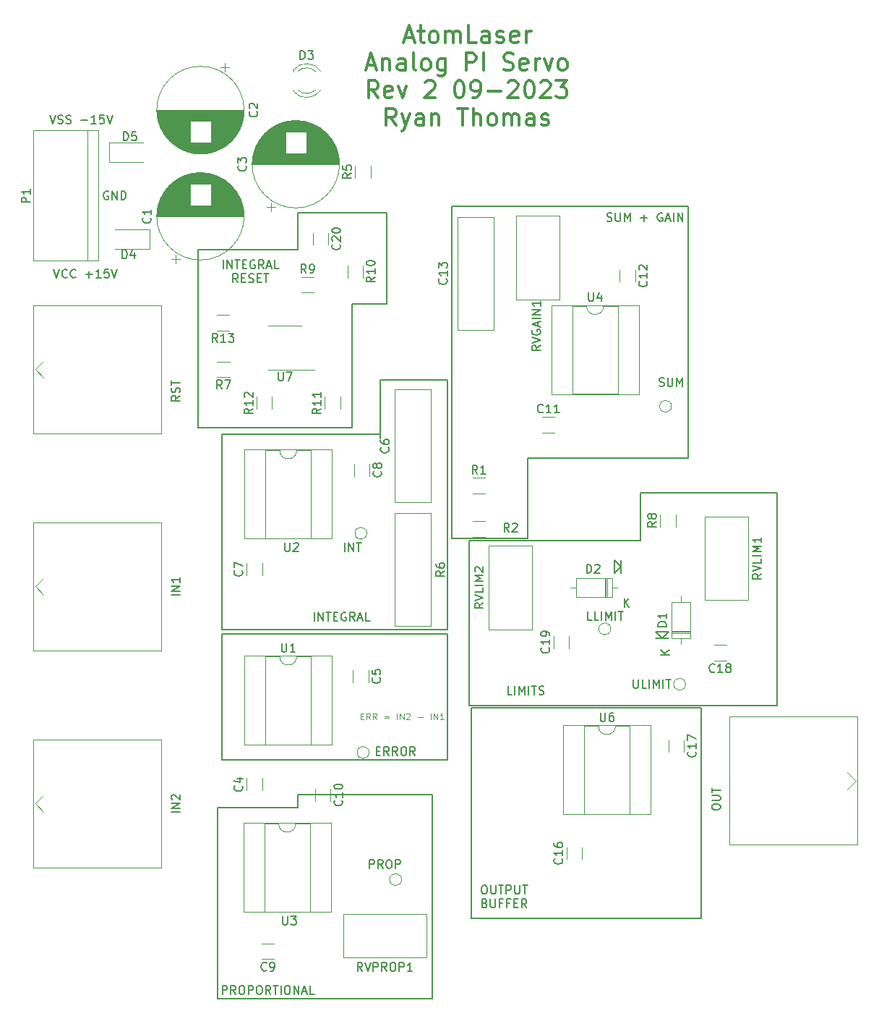
<source format=gbr>
%TF.GenerationSoftware,KiCad,Pcbnew,6.0.11-2627ca5db0~126~ubuntu20.04.1*%
%TF.CreationDate,2023-09-11T19:10:09-06:00*%
%TF.ProjectId,LaserPID,4c617365-7250-4494-942e-6b696361645f,rev?*%
%TF.SameCoordinates,Original*%
%TF.FileFunction,Legend,Top*%
%TF.FilePolarity,Positive*%
%FSLAX46Y46*%
G04 Gerber Fmt 4.6, Leading zero omitted, Abs format (unit mm)*
G04 Created by KiCad (PCBNEW 6.0.11-2627ca5db0~126~ubuntu20.04.1) date 2023-09-11 19:10:09*
%MOMM*%
%LPD*%
G01*
G04 APERTURE LIST*
%ADD10C,0.150000*%
%ADD11C,0.350000*%
%ADD12C,0.100000*%
%ADD13C,0.120000*%
G04 APERTURE END LIST*
D10*
X795274000Y-62230000D02*
X791210000Y-62230000D01*
X795274000Y-106680000D02*
X795274000Y-91948000D01*
X768350000Y-112268000D02*
X768858000Y-112268000D01*
X797814000Y-81026000D02*
X798068000Y-81026000D01*
X798068000Y-100584000D02*
X813816000Y-100584000D01*
X814832000Y-83312000D02*
X814832000Y-83566000D01*
X819658000Y-91694000D02*
X820420000Y-92456000D01*
X820420000Y-92456000D02*
X821182000Y-91694000D01*
X820928000Y-91694000D02*
X819658000Y-91694000D01*
X820420000Y-92456000D02*
X821182000Y-92456000D01*
X821182000Y-91694000D02*
X820928000Y-91694000D01*
X820420000Y-92456000D02*
X819658000Y-92456000D01*
X772922000Y-68580000D02*
X787400000Y-68580000D01*
X791210000Y-62230000D02*
X787400000Y-62230000D01*
X795020000Y-106680000D02*
X795274000Y-106680000D01*
X793496000Y-134620000D02*
X768350000Y-134620000D01*
X798068000Y-125222000D02*
X798068000Y-100584000D01*
X766064000Y-67818000D02*
X784098000Y-67818000D01*
X815594000Y-84074000D02*
X815594000Y-83312000D01*
X768858000Y-91440000D02*
X794512000Y-91440000D01*
X798068000Y-81026000D02*
X817880000Y-81026000D01*
X817880000Y-75438000D02*
X833882000Y-75438000D01*
X768858000Y-68580000D02*
X768858000Y-90932000D01*
X821182000Y-41910000D02*
X823468000Y-41910000D01*
X768350000Y-134620000D02*
X768350000Y-112268000D01*
X833882000Y-100330000D02*
X797814000Y-100330000D01*
X813816000Y-100584000D02*
X824992000Y-100584000D01*
X777748000Y-46990000D02*
X766064000Y-46990000D01*
X815594000Y-84074000D02*
X814832000Y-83312000D01*
X795782000Y-80772000D02*
X795782000Y-41910000D01*
X794512000Y-91440000D02*
X795274000Y-91440000D01*
X772922000Y-68580000D02*
X768858000Y-68580000D01*
X804672000Y-71374000D02*
X804672000Y-80772000D01*
X795274000Y-91440000D02*
X795274000Y-62230000D01*
X768858000Y-91948000D02*
X768858000Y-106680000D01*
X788162000Y-53340000D02*
X788162000Y-42672000D01*
X784098000Y-67818000D02*
X784098000Y-53340000D01*
X766064000Y-46990000D02*
X766064000Y-67818000D01*
X777748000Y-112268000D02*
X777748000Y-110744000D01*
X768858000Y-112268000D02*
X777748000Y-112268000D01*
X823468000Y-41910000D02*
X823468000Y-71374000D01*
X777748000Y-42672000D02*
X777748000Y-46990000D01*
X814832000Y-84836000D02*
X815594000Y-84074000D01*
X787400000Y-62230000D02*
X787400000Y-69088000D01*
X795274000Y-91948000D02*
X768858000Y-91948000D01*
X768858000Y-106680000D02*
X795020000Y-106680000D01*
X788162000Y-42672000D02*
X777748000Y-42672000D01*
X797814000Y-100330000D02*
X797814000Y-81026000D01*
X833882000Y-75438000D02*
X833882000Y-100330000D01*
X768858000Y-90932000D02*
X768858000Y-91440000D01*
X795782000Y-41910000D02*
X821182000Y-41910000D01*
X804672000Y-80772000D02*
X795782000Y-80772000D01*
X814832000Y-83566000D02*
X814832000Y-84836000D01*
X777748000Y-110744000D02*
X793496000Y-110744000D01*
X817880000Y-81026000D02*
X817880000Y-75438000D01*
X824992000Y-125222000D02*
X798068000Y-125222000D01*
X784098000Y-53340000D02*
X788162000Y-53340000D01*
X793496000Y-110744000D02*
X793496000Y-134620000D01*
X824992000Y-100584000D02*
X824992000Y-125222000D01*
X815594000Y-84074000D02*
X815594000Y-84836000D01*
X823468000Y-71374000D02*
X804672000Y-71374000D01*
X749141714Y-49236380D02*
X749475047Y-50236380D01*
X749808380Y-49236380D01*
X750713142Y-50141142D02*
X750665523Y-50188761D01*
X750522666Y-50236380D01*
X750427428Y-50236380D01*
X750284571Y-50188761D01*
X750189333Y-50093523D01*
X750141714Y-49998285D01*
X750094095Y-49807809D01*
X750094095Y-49664952D01*
X750141714Y-49474476D01*
X750189333Y-49379238D01*
X750284571Y-49284000D01*
X750427428Y-49236380D01*
X750522666Y-49236380D01*
X750665523Y-49284000D01*
X750713142Y-49331619D01*
X751713142Y-50141142D02*
X751665523Y-50188761D01*
X751522666Y-50236380D01*
X751427428Y-50236380D01*
X751284571Y-50188761D01*
X751189333Y-50093523D01*
X751141714Y-49998285D01*
X751094095Y-49807809D01*
X751094095Y-49664952D01*
X751141714Y-49474476D01*
X751189333Y-49379238D01*
X751284571Y-49284000D01*
X751427428Y-49236380D01*
X751522666Y-49236380D01*
X751665523Y-49284000D01*
X751713142Y-49331619D01*
X752903619Y-49855428D02*
X753665523Y-49855428D01*
X753284571Y-50236380D02*
X753284571Y-49474476D01*
X754665523Y-50236380D02*
X754094095Y-50236380D01*
X754379809Y-50236380D02*
X754379809Y-49236380D01*
X754284571Y-49379238D01*
X754189333Y-49474476D01*
X754094095Y-49522095D01*
X755570285Y-49236380D02*
X755094095Y-49236380D01*
X755046476Y-49712571D01*
X755094095Y-49664952D01*
X755189333Y-49617333D01*
X755427428Y-49617333D01*
X755522666Y-49664952D01*
X755570285Y-49712571D01*
X755617904Y-49807809D01*
X755617904Y-50045904D01*
X755570285Y-50141142D01*
X755522666Y-50188761D01*
X755427428Y-50236380D01*
X755189333Y-50236380D01*
X755094095Y-50188761D01*
X755046476Y-50141142D01*
X755903619Y-49236380D02*
X756236952Y-50236380D01*
X756570285Y-49236380D01*
X755523095Y-40140000D02*
X755427857Y-40092380D01*
X755285000Y-40092380D01*
X755142142Y-40140000D01*
X755046904Y-40235238D01*
X754999285Y-40330476D01*
X754951666Y-40520952D01*
X754951666Y-40663809D01*
X754999285Y-40854285D01*
X755046904Y-40949523D01*
X755142142Y-41044761D01*
X755285000Y-41092380D01*
X755380238Y-41092380D01*
X755523095Y-41044761D01*
X755570714Y-40997142D01*
X755570714Y-40663809D01*
X755380238Y-40663809D01*
X755999285Y-41092380D02*
X755999285Y-40092380D01*
X756570714Y-41092380D01*
X756570714Y-40092380D01*
X757046904Y-41092380D02*
X757046904Y-40092380D01*
X757285000Y-40092380D01*
X757427857Y-40140000D01*
X757523095Y-40235238D01*
X757570714Y-40330476D01*
X757618333Y-40520952D01*
X757618333Y-40663809D01*
X757570714Y-40854285D01*
X757523095Y-40949523D01*
X757427857Y-41044761D01*
X757285000Y-41092380D01*
X757046904Y-41092380D01*
X768882476Y-134056380D02*
X768882476Y-133056380D01*
X769263428Y-133056380D01*
X769358666Y-133104000D01*
X769406285Y-133151619D01*
X769453904Y-133246857D01*
X769453904Y-133389714D01*
X769406285Y-133484952D01*
X769358666Y-133532571D01*
X769263428Y-133580190D01*
X768882476Y-133580190D01*
X770453904Y-134056380D02*
X770120571Y-133580190D01*
X769882476Y-134056380D02*
X769882476Y-133056380D01*
X770263428Y-133056380D01*
X770358666Y-133104000D01*
X770406285Y-133151619D01*
X770453904Y-133246857D01*
X770453904Y-133389714D01*
X770406285Y-133484952D01*
X770358666Y-133532571D01*
X770263428Y-133580190D01*
X769882476Y-133580190D01*
X771072952Y-133056380D02*
X771263428Y-133056380D01*
X771358666Y-133104000D01*
X771453904Y-133199238D01*
X771501523Y-133389714D01*
X771501523Y-133723047D01*
X771453904Y-133913523D01*
X771358666Y-134008761D01*
X771263428Y-134056380D01*
X771072952Y-134056380D01*
X770977714Y-134008761D01*
X770882476Y-133913523D01*
X770834857Y-133723047D01*
X770834857Y-133389714D01*
X770882476Y-133199238D01*
X770977714Y-133104000D01*
X771072952Y-133056380D01*
X771930095Y-134056380D02*
X771930095Y-133056380D01*
X772311047Y-133056380D01*
X772406285Y-133104000D01*
X772453904Y-133151619D01*
X772501523Y-133246857D01*
X772501523Y-133389714D01*
X772453904Y-133484952D01*
X772406285Y-133532571D01*
X772311047Y-133580190D01*
X771930095Y-133580190D01*
X773120571Y-133056380D02*
X773311047Y-133056380D01*
X773406285Y-133104000D01*
X773501523Y-133199238D01*
X773549142Y-133389714D01*
X773549142Y-133723047D01*
X773501523Y-133913523D01*
X773406285Y-134008761D01*
X773311047Y-134056380D01*
X773120571Y-134056380D01*
X773025333Y-134008761D01*
X772930095Y-133913523D01*
X772882476Y-133723047D01*
X772882476Y-133389714D01*
X772930095Y-133199238D01*
X773025333Y-133104000D01*
X773120571Y-133056380D01*
X774549142Y-134056380D02*
X774215809Y-133580190D01*
X773977714Y-134056380D02*
X773977714Y-133056380D01*
X774358666Y-133056380D01*
X774453904Y-133104000D01*
X774501523Y-133151619D01*
X774549142Y-133246857D01*
X774549142Y-133389714D01*
X774501523Y-133484952D01*
X774453904Y-133532571D01*
X774358666Y-133580190D01*
X773977714Y-133580190D01*
X774834857Y-133056380D02*
X775406285Y-133056380D01*
X775120571Y-134056380D02*
X775120571Y-133056380D01*
X775739619Y-134056380D02*
X775739619Y-133056380D01*
X776406285Y-133056380D02*
X776596761Y-133056380D01*
X776692000Y-133104000D01*
X776787238Y-133199238D01*
X776834857Y-133389714D01*
X776834857Y-133723047D01*
X776787238Y-133913523D01*
X776692000Y-134008761D01*
X776596761Y-134056380D01*
X776406285Y-134056380D01*
X776311047Y-134008761D01*
X776215809Y-133913523D01*
X776168190Y-133723047D01*
X776168190Y-133389714D01*
X776215809Y-133199238D01*
X776311047Y-133104000D01*
X776406285Y-133056380D01*
X777263428Y-134056380D02*
X777263428Y-133056380D01*
X777834857Y-134056380D01*
X777834857Y-133056380D01*
X778263428Y-133770666D02*
X778739619Y-133770666D01*
X778168190Y-134056380D02*
X778501523Y-133056380D01*
X778834857Y-134056380D01*
X779644380Y-134056380D02*
X779168190Y-134056380D01*
X779168190Y-133056380D01*
X768969523Y-49177380D02*
X768969523Y-48177380D01*
X769445714Y-49177380D02*
X769445714Y-48177380D01*
X770017142Y-49177380D01*
X770017142Y-48177380D01*
X770350476Y-48177380D02*
X770921904Y-48177380D01*
X770636190Y-49177380D02*
X770636190Y-48177380D01*
X771255238Y-48653571D02*
X771588571Y-48653571D01*
X771731428Y-49177380D02*
X771255238Y-49177380D01*
X771255238Y-48177380D01*
X771731428Y-48177380D01*
X772683809Y-48225000D02*
X772588571Y-48177380D01*
X772445714Y-48177380D01*
X772302857Y-48225000D01*
X772207619Y-48320238D01*
X772160000Y-48415476D01*
X772112380Y-48605952D01*
X772112380Y-48748809D01*
X772160000Y-48939285D01*
X772207619Y-49034523D01*
X772302857Y-49129761D01*
X772445714Y-49177380D01*
X772540952Y-49177380D01*
X772683809Y-49129761D01*
X772731428Y-49082142D01*
X772731428Y-48748809D01*
X772540952Y-48748809D01*
X773731428Y-49177380D02*
X773398095Y-48701190D01*
X773160000Y-49177380D02*
X773160000Y-48177380D01*
X773540952Y-48177380D01*
X773636190Y-48225000D01*
X773683809Y-48272619D01*
X773731428Y-48367857D01*
X773731428Y-48510714D01*
X773683809Y-48605952D01*
X773636190Y-48653571D01*
X773540952Y-48701190D01*
X773160000Y-48701190D01*
X774112380Y-48891666D02*
X774588571Y-48891666D01*
X774017142Y-49177380D02*
X774350476Y-48177380D01*
X774683809Y-49177380D01*
X775493333Y-49177380D02*
X775017142Y-49177380D01*
X775017142Y-48177380D01*
X770707619Y-50787380D02*
X770374285Y-50311190D01*
X770136190Y-50787380D02*
X770136190Y-49787380D01*
X770517142Y-49787380D01*
X770612380Y-49835000D01*
X770660000Y-49882619D01*
X770707619Y-49977857D01*
X770707619Y-50120714D01*
X770660000Y-50215952D01*
X770612380Y-50263571D01*
X770517142Y-50311190D01*
X770136190Y-50311190D01*
X771136190Y-50263571D02*
X771469523Y-50263571D01*
X771612380Y-50787380D02*
X771136190Y-50787380D01*
X771136190Y-49787380D01*
X771612380Y-49787380D01*
X771993333Y-50739761D02*
X772136190Y-50787380D01*
X772374285Y-50787380D01*
X772469523Y-50739761D01*
X772517142Y-50692142D01*
X772564761Y-50596904D01*
X772564761Y-50501666D01*
X772517142Y-50406428D01*
X772469523Y-50358809D01*
X772374285Y-50311190D01*
X772183809Y-50263571D01*
X772088571Y-50215952D01*
X772040952Y-50168333D01*
X771993333Y-50073095D01*
X771993333Y-49977857D01*
X772040952Y-49882619D01*
X772088571Y-49835000D01*
X772183809Y-49787380D01*
X772421904Y-49787380D01*
X772564761Y-49835000D01*
X772993333Y-50263571D02*
X773326666Y-50263571D01*
X773469523Y-50787380D02*
X772993333Y-50787380D01*
X772993333Y-49787380D01*
X773469523Y-49787380D01*
X773755238Y-49787380D02*
X774326666Y-49787380D01*
X774040952Y-50787380D02*
X774040952Y-49787380D01*
D11*
X790274285Y-22173333D02*
X791226666Y-22173333D01*
X790083809Y-22744761D02*
X790750476Y-20744761D01*
X791417142Y-22744761D01*
X791798095Y-21411428D02*
X792560000Y-21411428D01*
X792083809Y-20744761D02*
X792083809Y-22459047D01*
X792179047Y-22649523D01*
X792369523Y-22744761D01*
X792560000Y-22744761D01*
X793512380Y-22744761D02*
X793321904Y-22649523D01*
X793226666Y-22554285D01*
X793131428Y-22363809D01*
X793131428Y-21792380D01*
X793226666Y-21601904D01*
X793321904Y-21506666D01*
X793512380Y-21411428D01*
X793798095Y-21411428D01*
X793988571Y-21506666D01*
X794083809Y-21601904D01*
X794179047Y-21792380D01*
X794179047Y-22363809D01*
X794083809Y-22554285D01*
X793988571Y-22649523D01*
X793798095Y-22744761D01*
X793512380Y-22744761D01*
X795036190Y-22744761D02*
X795036190Y-21411428D01*
X795036190Y-21601904D02*
X795131428Y-21506666D01*
X795321904Y-21411428D01*
X795607619Y-21411428D01*
X795798095Y-21506666D01*
X795893333Y-21697142D01*
X795893333Y-22744761D01*
X795893333Y-21697142D02*
X795988571Y-21506666D01*
X796179047Y-21411428D01*
X796464761Y-21411428D01*
X796655238Y-21506666D01*
X796750476Y-21697142D01*
X796750476Y-22744761D01*
X798655238Y-22744761D02*
X797702857Y-22744761D01*
X797702857Y-20744761D01*
X800179047Y-22744761D02*
X800179047Y-21697142D01*
X800083809Y-21506666D01*
X799893333Y-21411428D01*
X799512380Y-21411428D01*
X799321904Y-21506666D01*
X800179047Y-22649523D02*
X799988571Y-22744761D01*
X799512380Y-22744761D01*
X799321904Y-22649523D01*
X799226666Y-22459047D01*
X799226666Y-22268571D01*
X799321904Y-22078095D01*
X799512380Y-21982857D01*
X799988571Y-21982857D01*
X800179047Y-21887619D01*
X801036190Y-22649523D02*
X801226666Y-22744761D01*
X801607619Y-22744761D01*
X801798095Y-22649523D01*
X801893333Y-22459047D01*
X801893333Y-22363809D01*
X801798095Y-22173333D01*
X801607619Y-22078095D01*
X801321904Y-22078095D01*
X801131428Y-21982857D01*
X801036190Y-21792380D01*
X801036190Y-21697142D01*
X801131428Y-21506666D01*
X801321904Y-21411428D01*
X801607619Y-21411428D01*
X801798095Y-21506666D01*
X803512380Y-22649523D02*
X803321904Y-22744761D01*
X802940952Y-22744761D01*
X802750476Y-22649523D01*
X802655238Y-22459047D01*
X802655238Y-21697142D01*
X802750476Y-21506666D01*
X802940952Y-21411428D01*
X803321904Y-21411428D01*
X803512380Y-21506666D01*
X803607619Y-21697142D01*
X803607619Y-21887619D01*
X802655238Y-22078095D01*
X804464761Y-22744761D02*
X804464761Y-21411428D01*
X804464761Y-21792380D02*
X804560000Y-21601904D01*
X804655238Y-21506666D01*
X804845714Y-21411428D01*
X805036190Y-21411428D01*
X785845714Y-25393333D02*
X786798095Y-25393333D01*
X785655238Y-25964761D02*
X786321904Y-23964761D01*
X786988571Y-25964761D01*
X787655238Y-24631428D02*
X787655238Y-25964761D01*
X787655238Y-24821904D02*
X787750476Y-24726666D01*
X787940952Y-24631428D01*
X788226666Y-24631428D01*
X788417142Y-24726666D01*
X788512380Y-24917142D01*
X788512380Y-25964761D01*
X790321904Y-25964761D02*
X790321904Y-24917142D01*
X790226666Y-24726666D01*
X790036190Y-24631428D01*
X789655238Y-24631428D01*
X789464761Y-24726666D01*
X790321904Y-25869523D02*
X790131428Y-25964761D01*
X789655238Y-25964761D01*
X789464761Y-25869523D01*
X789369523Y-25679047D01*
X789369523Y-25488571D01*
X789464761Y-25298095D01*
X789655238Y-25202857D01*
X790131428Y-25202857D01*
X790321904Y-25107619D01*
X791560000Y-25964761D02*
X791369523Y-25869523D01*
X791274285Y-25679047D01*
X791274285Y-23964761D01*
X792607619Y-25964761D02*
X792417142Y-25869523D01*
X792321904Y-25774285D01*
X792226666Y-25583809D01*
X792226666Y-25012380D01*
X792321904Y-24821904D01*
X792417142Y-24726666D01*
X792607619Y-24631428D01*
X792893333Y-24631428D01*
X793083809Y-24726666D01*
X793179047Y-24821904D01*
X793274285Y-25012380D01*
X793274285Y-25583809D01*
X793179047Y-25774285D01*
X793083809Y-25869523D01*
X792893333Y-25964761D01*
X792607619Y-25964761D01*
X794988571Y-24631428D02*
X794988571Y-26250476D01*
X794893333Y-26440952D01*
X794798095Y-26536190D01*
X794607619Y-26631428D01*
X794321904Y-26631428D01*
X794131428Y-26536190D01*
X794988571Y-25869523D02*
X794798095Y-25964761D01*
X794417142Y-25964761D01*
X794226666Y-25869523D01*
X794131428Y-25774285D01*
X794036190Y-25583809D01*
X794036190Y-25012380D01*
X794131428Y-24821904D01*
X794226666Y-24726666D01*
X794417142Y-24631428D01*
X794798095Y-24631428D01*
X794988571Y-24726666D01*
X797464761Y-25964761D02*
X797464761Y-23964761D01*
X798226666Y-23964761D01*
X798417142Y-24060000D01*
X798512380Y-24155238D01*
X798607619Y-24345714D01*
X798607619Y-24631428D01*
X798512380Y-24821904D01*
X798417142Y-24917142D01*
X798226666Y-25012380D01*
X797464761Y-25012380D01*
X799464761Y-25964761D02*
X799464761Y-23964761D01*
X801845714Y-25869523D02*
X802131428Y-25964761D01*
X802607619Y-25964761D01*
X802798095Y-25869523D01*
X802893333Y-25774285D01*
X802988571Y-25583809D01*
X802988571Y-25393333D01*
X802893333Y-25202857D01*
X802798095Y-25107619D01*
X802607619Y-25012380D01*
X802226666Y-24917142D01*
X802036190Y-24821904D01*
X801940952Y-24726666D01*
X801845714Y-24536190D01*
X801845714Y-24345714D01*
X801940952Y-24155238D01*
X802036190Y-24060000D01*
X802226666Y-23964761D01*
X802702857Y-23964761D01*
X802988571Y-24060000D01*
X804607619Y-25869523D02*
X804417142Y-25964761D01*
X804036190Y-25964761D01*
X803845714Y-25869523D01*
X803750476Y-25679047D01*
X803750476Y-24917142D01*
X803845714Y-24726666D01*
X804036190Y-24631428D01*
X804417142Y-24631428D01*
X804607619Y-24726666D01*
X804702857Y-24917142D01*
X804702857Y-25107619D01*
X803750476Y-25298095D01*
X805560000Y-25964761D02*
X805560000Y-24631428D01*
X805560000Y-25012380D02*
X805655238Y-24821904D01*
X805750476Y-24726666D01*
X805940952Y-24631428D01*
X806131428Y-24631428D01*
X806607619Y-24631428D02*
X807083809Y-25964761D01*
X807560000Y-24631428D01*
X808607619Y-25964761D02*
X808417142Y-25869523D01*
X808321904Y-25774285D01*
X808226666Y-25583809D01*
X808226666Y-25012380D01*
X808321904Y-24821904D01*
X808417142Y-24726666D01*
X808607619Y-24631428D01*
X808893333Y-24631428D01*
X809083809Y-24726666D01*
X809179047Y-24821904D01*
X809274285Y-25012380D01*
X809274285Y-25583809D01*
X809179047Y-25774285D01*
X809083809Y-25869523D01*
X808893333Y-25964761D01*
X808607619Y-25964761D01*
X787131428Y-29184761D02*
X786464761Y-28232380D01*
X785988571Y-29184761D02*
X785988571Y-27184761D01*
X786750476Y-27184761D01*
X786940952Y-27280000D01*
X787036190Y-27375238D01*
X787131428Y-27565714D01*
X787131428Y-27851428D01*
X787036190Y-28041904D01*
X786940952Y-28137142D01*
X786750476Y-28232380D01*
X785988571Y-28232380D01*
X788750476Y-29089523D02*
X788560000Y-29184761D01*
X788179047Y-29184761D01*
X787988571Y-29089523D01*
X787893333Y-28899047D01*
X787893333Y-28137142D01*
X787988571Y-27946666D01*
X788179047Y-27851428D01*
X788560000Y-27851428D01*
X788750476Y-27946666D01*
X788845714Y-28137142D01*
X788845714Y-28327619D01*
X787893333Y-28518095D01*
X789512380Y-27851428D02*
X789988571Y-29184761D01*
X790464761Y-27851428D01*
X792655238Y-27375238D02*
X792750476Y-27280000D01*
X792940952Y-27184761D01*
X793417142Y-27184761D01*
X793607619Y-27280000D01*
X793702857Y-27375238D01*
X793798095Y-27565714D01*
X793798095Y-27756190D01*
X793702857Y-28041904D01*
X792560000Y-29184761D01*
X793798095Y-29184761D01*
X796560000Y-27184761D02*
X796750476Y-27184761D01*
X796940952Y-27280000D01*
X797036190Y-27375238D01*
X797131428Y-27565714D01*
X797226666Y-27946666D01*
X797226666Y-28422857D01*
X797131428Y-28803809D01*
X797036190Y-28994285D01*
X796940952Y-29089523D01*
X796750476Y-29184761D01*
X796560000Y-29184761D01*
X796369523Y-29089523D01*
X796274285Y-28994285D01*
X796179047Y-28803809D01*
X796083809Y-28422857D01*
X796083809Y-27946666D01*
X796179047Y-27565714D01*
X796274285Y-27375238D01*
X796369523Y-27280000D01*
X796560000Y-27184761D01*
X798179047Y-29184761D02*
X798560000Y-29184761D01*
X798750476Y-29089523D01*
X798845714Y-28994285D01*
X799036190Y-28708571D01*
X799131428Y-28327619D01*
X799131428Y-27565714D01*
X799036190Y-27375238D01*
X798940952Y-27280000D01*
X798750476Y-27184761D01*
X798369523Y-27184761D01*
X798179047Y-27280000D01*
X798083809Y-27375238D01*
X797988571Y-27565714D01*
X797988571Y-28041904D01*
X798083809Y-28232380D01*
X798179047Y-28327619D01*
X798369523Y-28422857D01*
X798750476Y-28422857D01*
X798940952Y-28327619D01*
X799036190Y-28232380D01*
X799131428Y-28041904D01*
X799988571Y-28422857D02*
X801512380Y-28422857D01*
X802369523Y-27375238D02*
X802464761Y-27280000D01*
X802655238Y-27184761D01*
X803131428Y-27184761D01*
X803321904Y-27280000D01*
X803417142Y-27375238D01*
X803512380Y-27565714D01*
X803512380Y-27756190D01*
X803417142Y-28041904D01*
X802274285Y-29184761D01*
X803512380Y-29184761D01*
X804750476Y-27184761D02*
X804940952Y-27184761D01*
X805131428Y-27280000D01*
X805226666Y-27375238D01*
X805321904Y-27565714D01*
X805417142Y-27946666D01*
X805417142Y-28422857D01*
X805321904Y-28803809D01*
X805226666Y-28994285D01*
X805131428Y-29089523D01*
X804940952Y-29184761D01*
X804750476Y-29184761D01*
X804560000Y-29089523D01*
X804464761Y-28994285D01*
X804369523Y-28803809D01*
X804274285Y-28422857D01*
X804274285Y-27946666D01*
X804369523Y-27565714D01*
X804464761Y-27375238D01*
X804560000Y-27280000D01*
X804750476Y-27184761D01*
X806179047Y-27375238D02*
X806274285Y-27280000D01*
X806464761Y-27184761D01*
X806940952Y-27184761D01*
X807131428Y-27280000D01*
X807226666Y-27375238D01*
X807321904Y-27565714D01*
X807321904Y-27756190D01*
X807226666Y-28041904D01*
X806083809Y-29184761D01*
X807321904Y-29184761D01*
X807988571Y-27184761D02*
X809226666Y-27184761D01*
X808560000Y-27946666D01*
X808845714Y-27946666D01*
X809036190Y-28041904D01*
X809131428Y-28137142D01*
X809226666Y-28327619D01*
X809226666Y-28803809D01*
X809131428Y-28994285D01*
X809036190Y-29089523D01*
X808845714Y-29184761D01*
X808274285Y-29184761D01*
X808083809Y-29089523D01*
X807988571Y-28994285D01*
X789226666Y-32404761D02*
X788560000Y-31452380D01*
X788083809Y-32404761D02*
X788083809Y-30404761D01*
X788845714Y-30404761D01*
X789036190Y-30500000D01*
X789131428Y-30595238D01*
X789226666Y-30785714D01*
X789226666Y-31071428D01*
X789131428Y-31261904D01*
X789036190Y-31357142D01*
X788845714Y-31452380D01*
X788083809Y-31452380D01*
X789893333Y-31071428D02*
X790369523Y-32404761D01*
X790845714Y-31071428D02*
X790369523Y-32404761D01*
X790179047Y-32880952D01*
X790083809Y-32976190D01*
X789893333Y-33071428D01*
X792464761Y-32404761D02*
X792464761Y-31357142D01*
X792369523Y-31166666D01*
X792179047Y-31071428D01*
X791798095Y-31071428D01*
X791607619Y-31166666D01*
X792464761Y-32309523D02*
X792274285Y-32404761D01*
X791798095Y-32404761D01*
X791607619Y-32309523D01*
X791512380Y-32119047D01*
X791512380Y-31928571D01*
X791607619Y-31738095D01*
X791798095Y-31642857D01*
X792274285Y-31642857D01*
X792464761Y-31547619D01*
X793417142Y-31071428D02*
X793417142Y-32404761D01*
X793417142Y-31261904D02*
X793512380Y-31166666D01*
X793702857Y-31071428D01*
X793988571Y-31071428D01*
X794179047Y-31166666D01*
X794274285Y-31357142D01*
X794274285Y-32404761D01*
X796464761Y-30404761D02*
X797607619Y-30404761D01*
X797036190Y-32404761D02*
X797036190Y-30404761D01*
X798274285Y-32404761D02*
X798274285Y-30404761D01*
X799131428Y-32404761D02*
X799131428Y-31357142D01*
X799036190Y-31166666D01*
X798845714Y-31071428D01*
X798560000Y-31071428D01*
X798369523Y-31166666D01*
X798274285Y-31261904D01*
X800369523Y-32404761D02*
X800179047Y-32309523D01*
X800083809Y-32214285D01*
X799988571Y-32023809D01*
X799988571Y-31452380D01*
X800083809Y-31261904D01*
X800179047Y-31166666D01*
X800369523Y-31071428D01*
X800655238Y-31071428D01*
X800845714Y-31166666D01*
X800940952Y-31261904D01*
X801036190Y-31452380D01*
X801036190Y-32023809D01*
X800940952Y-32214285D01*
X800845714Y-32309523D01*
X800655238Y-32404761D01*
X800369523Y-32404761D01*
X801893333Y-32404761D02*
X801893333Y-31071428D01*
X801893333Y-31261904D02*
X801988571Y-31166666D01*
X802179047Y-31071428D01*
X802464761Y-31071428D01*
X802655238Y-31166666D01*
X802750476Y-31357142D01*
X802750476Y-32404761D01*
X802750476Y-31357142D02*
X802845714Y-31166666D01*
X803036190Y-31071428D01*
X803321904Y-31071428D01*
X803512380Y-31166666D01*
X803607619Y-31357142D01*
X803607619Y-32404761D01*
X805417142Y-32404761D02*
X805417142Y-31357142D01*
X805321904Y-31166666D01*
X805131428Y-31071428D01*
X804750476Y-31071428D01*
X804560000Y-31166666D01*
X805417142Y-32309523D02*
X805226666Y-32404761D01*
X804750476Y-32404761D01*
X804560000Y-32309523D01*
X804464761Y-32119047D01*
X804464761Y-31928571D01*
X804560000Y-31738095D01*
X804750476Y-31642857D01*
X805226666Y-31642857D01*
X805417142Y-31547619D01*
X806274285Y-32309523D02*
X806464761Y-32404761D01*
X806845714Y-32404761D01*
X807036190Y-32309523D01*
X807131428Y-32119047D01*
X807131428Y-32023809D01*
X807036190Y-31833333D01*
X806845714Y-31738095D01*
X806560000Y-31738095D01*
X806369523Y-31642857D01*
X806274285Y-31452380D01*
X806274285Y-31357142D01*
X806369523Y-31166666D01*
X806560000Y-31071428D01*
X806845714Y-31071428D01*
X807036190Y-31166666D01*
D10*
X799473238Y-121329380D02*
X799663714Y-121329380D01*
X799758952Y-121377000D01*
X799854190Y-121472238D01*
X799901809Y-121662714D01*
X799901809Y-121996047D01*
X799854190Y-122186523D01*
X799758952Y-122281761D01*
X799663714Y-122329380D01*
X799473238Y-122329380D01*
X799378000Y-122281761D01*
X799282761Y-122186523D01*
X799235142Y-121996047D01*
X799235142Y-121662714D01*
X799282761Y-121472238D01*
X799378000Y-121377000D01*
X799473238Y-121329380D01*
X800330380Y-121329380D02*
X800330380Y-122138904D01*
X800378000Y-122234142D01*
X800425619Y-122281761D01*
X800520857Y-122329380D01*
X800711333Y-122329380D01*
X800806571Y-122281761D01*
X800854190Y-122234142D01*
X800901809Y-122138904D01*
X800901809Y-121329380D01*
X801235142Y-121329380D02*
X801806571Y-121329380D01*
X801520857Y-122329380D02*
X801520857Y-121329380D01*
X802139904Y-122329380D02*
X802139904Y-121329380D01*
X802520857Y-121329380D01*
X802616095Y-121377000D01*
X802663714Y-121424619D01*
X802711333Y-121519857D01*
X802711333Y-121662714D01*
X802663714Y-121757952D01*
X802616095Y-121805571D01*
X802520857Y-121853190D01*
X802139904Y-121853190D01*
X803139904Y-121329380D02*
X803139904Y-122138904D01*
X803187523Y-122234142D01*
X803235142Y-122281761D01*
X803330380Y-122329380D01*
X803520857Y-122329380D01*
X803616095Y-122281761D01*
X803663714Y-122234142D01*
X803711333Y-122138904D01*
X803711333Y-121329380D01*
X804044666Y-121329380D02*
X804616095Y-121329380D01*
X804330380Y-122329380D02*
X804330380Y-121329380D01*
X799616095Y-123415571D02*
X799758952Y-123463190D01*
X799806571Y-123510809D01*
X799854190Y-123606047D01*
X799854190Y-123748904D01*
X799806571Y-123844142D01*
X799758952Y-123891761D01*
X799663714Y-123939380D01*
X799282761Y-123939380D01*
X799282761Y-122939380D01*
X799616095Y-122939380D01*
X799711333Y-122987000D01*
X799758952Y-123034619D01*
X799806571Y-123129857D01*
X799806571Y-123225095D01*
X799758952Y-123320333D01*
X799711333Y-123367952D01*
X799616095Y-123415571D01*
X799282761Y-123415571D01*
X800282761Y-122939380D02*
X800282761Y-123748904D01*
X800330380Y-123844142D01*
X800378000Y-123891761D01*
X800473238Y-123939380D01*
X800663714Y-123939380D01*
X800758952Y-123891761D01*
X800806571Y-123844142D01*
X800854190Y-123748904D01*
X800854190Y-122939380D01*
X801663714Y-123415571D02*
X801330380Y-123415571D01*
X801330380Y-123939380D02*
X801330380Y-122939380D01*
X801806571Y-122939380D01*
X802520857Y-123415571D02*
X802187523Y-123415571D01*
X802187523Y-123939380D02*
X802187523Y-122939380D01*
X802663714Y-122939380D01*
X803044666Y-123415571D02*
X803378000Y-123415571D01*
X803520857Y-123939380D02*
X803044666Y-123939380D01*
X803044666Y-122939380D01*
X803520857Y-122939380D01*
X804520857Y-123939380D02*
X804187523Y-123463190D01*
X803949428Y-123939380D02*
X803949428Y-122939380D01*
X804330380Y-122939380D01*
X804425619Y-122987000D01*
X804473238Y-123034619D01*
X804520857Y-123129857D01*
X804520857Y-123272714D01*
X804473238Y-123367952D01*
X804425619Y-123415571D01*
X804330380Y-123463190D01*
X803949428Y-123463190D01*
X802822761Y-99004380D02*
X802346571Y-99004380D01*
X802346571Y-98004380D01*
X803156095Y-99004380D02*
X803156095Y-98004380D01*
X803632285Y-99004380D02*
X803632285Y-98004380D01*
X803965619Y-98718666D01*
X804298952Y-98004380D01*
X804298952Y-99004380D01*
X804775142Y-99004380D02*
X804775142Y-98004380D01*
X805108476Y-98004380D02*
X805679904Y-98004380D01*
X805394190Y-99004380D02*
X805394190Y-98004380D01*
X805965619Y-98956761D02*
X806108476Y-99004380D01*
X806346571Y-99004380D01*
X806441809Y-98956761D01*
X806489428Y-98909142D01*
X806537047Y-98813904D01*
X806537047Y-98718666D01*
X806489428Y-98623428D01*
X806441809Y-98575809D01*
X806346571Y-98528190D01*
X806156095Y-98480571D01*
X806060857Y-98432952D01*
X806013238Y-98385333D01*
X805965619Y-98290095D01*
X805965619Y-98194857D01*
X806013238Y-98099619D01*
X806060857Y-98052000D01*
X806156095Y-98004380D01*
X806394190Y-98004380D01*
X806537047Y-98052000D01*
X813935619Y-43584761D02*
X814078476Y-43632380D01*
X814316571Y-43632380D01*
X814411809Y-43584761D01*
X814459428Y-43537142D01*
X814507047Y-43441904D01*
X814507047Y-43346666D01*
X814459428Y-43251428D01*
X814411809Y-43203809D01*
X814316571Y-43156190D01*
X814126095Y-43108571D01*
X814030857Y-43060952D01*
X813983238Y-43013333D01*
X813935619Y-42918095D01*
X813935619Y-42822857D01*
X813983238Y-42727619D01*
X814030857Y-42680000D01*
X814126095Y-42632380D01*
X814364190Y-42632380D01*
X814507047Y-42680000D01*
X814935619Y-42632380D02*
X814935619Y-43441904D01*
X814983238Y-43537142D01*
X815030857Y-43584761D01*
X815126095Y-43632380D01*
X815316571Y-43632380D01*
X815411809Y-43584761D01*
X815459428Y-43537142D01*
X815507047Y-43441904D01*
X815507047Y-42632380D01*
X815983238Y-43632380D02*
X815983238Y-42632380D01*
X816316571Y-43346666D01*
X816649904Y-42632380D01*
X816649904Y-43632380D01*
X817888000Y-43251428D02*
X818649904Y-43251428D01*
X818268952Y-43632380D02*
X818268952Y-42870476D01*
X820411809Y-42680000D02*
X820316571Y-42632380D01*
X820173714Y-42632380D01*
X820030857Y-42680000D01*
X819935619Y-42775238D01*
X819888000Y-42870476D01*
X819840380Y-43060952D01*
X819840380Y-43203809D01*
X819888000Y-43394285D01*
X819935619Y-43489523D01*
X820030857Y-43584761D01*
X820173714Y-43632380D01*
X820268952Y-43632380D01*
X820411809Y-43584761D01*
X820459428Y-43537142D01*
X820459428Y-43203809D01*
X820268952Y-43203809D01*
X820840380Y-43346666D02*
X821316571Y-43346666D01*
X820745142Y-43632380D02*
X821078476Y-42632380D01*
X821411809Y-43632380D01*
X821745142Y-43632380D02*
X821745142Y-42632380D01*
X822221333Y-43632380D02*
X822221333Y-42632380D01*
X822792761Y-43632380D01*
X822792761Y-42632380D01*
X748681333Y-31202380D02*
X749014666Y-32202380D01*
X749348000Y-31202380D01*
X749633714Y-32154761D02*
X749776571Y-32202380D01*
X750014666Y-32202380D01*
X750109904Y-32154761D01*
X750157523Y-32107142D01*
X750205142Y-32011904D01*
X750205142Y-31916666D01*
X750157523Y-31821428D01*
X750109904Y-31773809D01*
X750014666Y-31726190D01*
X749824190Y-31678571D01*
X749728952Y-31630952D01*
X749681333Y-31583333D01*
X749633714Y-31488095D01*
X749633714Y-31392857D01*
X749681333Y-31297619D01*
X749728952Y-31250000D01*
X749824190Y-31202380D01*
X750062285Y-31202380D01*
X750205142Y-31250000D01*
X750586095Y-32154761D02*
X750728952Y-32202380D01*
X750967047Y-32202380D01*
X751062285Y-32154761D01*
X751109904Y-32107142D01*
X751157523Y-32011904D01*
X751157523Y-31916666D01*
X751109904Y-31821428D01*
X751062285Y-31773809D01*
X750967047Y-31726190D01*
X750776571Y-31678571D01*
X750681333Y-31630952D01*
X750633714Y-31583333D01*
X750586095Y-31488095D01*
X750586095Y-31392857D01*
X750633714Y-31297619D01*
X750681333Y-31250000D01*
X750776571Y-31202380D01*
X751014666Y-31202380D01*
X751157523Y-31250000D01*
X752348000Y-31821428D02*
X753109904Y-31821428D01*
X754109904Y-32202380D02*
X753538476Y-32202380D01*
X753824190Y-32202380D02*
X753824190Y-31202380D01*
X753728952Y-31345238D01*
X753633714Y-31440476D01*
X753538476Y-31488095D01*
X755014666Y-31202380D02*
X754538476Y-31202380D01*
X754490857Y-31678571D01*
X754538476Y-31630952D01*
X754633714Y-31583333D01*
X754871809Y-31583333D01*
X754967047Y-31630952D01*
X755014666Y-31678571D01*
X755062285Y-31773809D01*
X755062285Y-32011904D01*
X755014666Y-32107142D01*
X754967047Y-32154761D01*
X754871809Y-32202380D01*
X754633714Y-32202380D01*
X754538476Y-32154761D01*
X754490857Y-32107142D01*
X755348000Y-31202380D02*
X755681333Y-32202380D01*
X756014666Y-31202380D01*
D12*
X785100714Y-101546428D02*
X785350714Y-101546428D01*
X785457857Y-101939285D02*
X785100714Y-101939285D01*
X785100714Y-101189285D01*
X785457857Y-101189285D01*
X786207857Y-101939285D02*
X785957857Y-101582142D01*
X785779285Y-101939285D02*
X785779285Y-101189285D01*
X786065000Y-101189285D01*
X786136428Y-101225000D01*
X786172142Y-101260714D01*
X786207857Y-101332142D01*
X786207857Y-101439285D01*
X786172142Y-101510714D01*
X786136428Y-101546428D01*
X786065000Y-101582142D01*
X785779285Y-101582142D01*
X786957857Y-101939285D02*
X786707857Y-101582142D01*
X786529285Y-101939285D02*
X786529285Y-101189285D01*
X786815000Y-101189285D01*
X786886428Y-101225000D01*
X786922142Y-101260714D01*
X786957857Y-101332142D01*
X786957857Y-101439285D01*
X786922142Y-101510714D01*
X786886428Y-101546428D01*
X786815000Y-101582142D01*
X786529285Y-101582142D01*
X787850714Y-101546428D02*
X788422142Y-101546428D01*
X788422142Y-101760714D02*
X787850714Y-101760714D01*
X789350714Y-101939285D02*
X789350714Y-101189285D01*
X789707857Y-101939285D02*
X789707857Y-101189285D01*
X790136428Y-101939285D01*
X790136428Y-101189285D01*
X790457857Y-101260714D02*
X790493571Y-101225000D01*
X790565000Y-101189285D01*
X790743571Y-101189285D01*
X790815000Y-101225000D01*
X790850714Y-101260714D01*
X790886428Y-101332142D01*
X790886428Y-101403571D01*
X790850714Y-101510714D01*
X790422142Y-101939285D01*
X790886428Y-101939285D01*
X791779285Y-101653571D02*
X792350714Y-101653571D01*
X793279285Y-101939285D02*
X793279285Y-101189285D01*
X793636428Y-101939285D02*
X793636428Y-101189285D01*
X794065000Y-101939285D01*
X794065000Y-101189285D01*
X794815000Y-101939285D02*
X794386428Y-101939285D01*
X794600714Y-101939285D02*
X794600714Y-101189285D01*
X794529285Y-101296428D01*
X794457857Y-101367857D01*
X794386428Y-101403571D01*
D10*
X779637523Y-90368380D02*
X779637523Y-89368380D01*
X780113714Y-90368380D02*
X780113714Y-89368380D01*
X780685142Y-90368380D01*
X780685142Y-89368380D01*
X781018476Y-89368380D02*
X781589904Y-89368380D01*
X781304190Y-90368380D02*
X781304190Y-89368380D01*
X781923238Y-89844571D02*
X782256571Y-89844571D01*
X782399428Y-90368380D02*
X781923238Y-90368380D01*
X781923238Y-89368380D01*
X782399428Y-89368380D01*
X783351809Y-89416000D02*
X783256571Y-89368380D01*
X783113714Y-89368380D01*
X782970857Y-89416000D01*
X782875619Y-89511238D01*
X782828000Y-89606476D01*
X782780380Y-89796952D01*
X782780380Y-89939809D01*
X782828000Y-90130285D01*
X782875619Y-90225523D01*
X782970857Y-90320761D01*
X783113714Y-90368380D01*
X783208952Y-90368380D01*
X783351809Y-90320761D01*
X783399428Y-90273142D01*
X783399428Y-89939809D01*
X783208952Y-89939809D01*
X784399428Y-90368380D02*
X784066095Y-89892190D01*
X783828000Y-90368380D02*
X783828000Y-89368380D01*
X784208952Y-89368380D01*
X784304190Y-89416000D01*
X784351809Y-89463619D01*
X784399428Y-89558857D01*
X784399428Y-89701714D01*
X784351809Y-89796952D01*
X784304190Y-89844571D01*
X784208952Y-89892190D01*
X783828000Y-89892190D01*
X784780380Y-90082666D02*
X785256571Y-90082666D01*
X784685142Y-90368380D02*
X785018476Y-89368380D01*
X785351809Y-90368380D01*
X786161333Y-90368380D02*
X785685142Y-90368380D01*
X785685142Y-89368380D01*
%TO.C,C1*%
X760425142Y-43214343D02*
X760472761Y-43261962D01*
X760520380Y-43404819D01*
X760520380Y-43500057D01*
X760472761Y-43642915D01*
X760377523Y-43738153D01*
X760282285Y-43785772D01*
X760091809Y-43833391D01*
X759948952Y-43833391D01*
X759758476Y-43785772D01*
X759663238Y-43738153D01*
X759568000Y-43642915D01*
X759520380Y-43500057D01*
X759520380Y-43404819D01*
X759568000Y-43261962D01*
X759615619Y-43214343D01*
X760520380Y-42261962D02*
X760520380Y-42833391D01*
X760520380Y-42547677D02*
X759520380Y-42547677D01*
X759663238Y-42642915D01*
X759758476Y-42738153D01*
X759806095Y-42833391D01*
%TO.C,C2*%
X772925142Y-30789635D02*
X772972761Y-30837254D01*
X773020380Y-30980111D01*
X773020380Y-31075349D01*
X772972761Y-31218207D01*
X772877523Y-31313445D01*
X772782285Y-31361064D01*
X772591809Y-31408683D01*
X772448952Y-31408683D01*
X772258476Y-31361064D01*
X772163238Y-31313445D01*
X772068000Y-31218207D01*
X772020380Y-31075349D01*
X772020380Y-30980111D01*
X772068000Y-30837254D01*
X772115619Y-30789635D01*
X772115619Y-30408683D02*
X772068000Y-30361064D01*
X772020380Y-30265826D01*
X772020380Y-30027730D01*
X772068000Y-29932492D01*
X772115619Y-29884873D01*
X772210857Y-29837254D01*
X772306095Y-29837254D01*
X772448952Y-29884873D01*
X773020380Y-30456302D01*
X773020380Y-29837254D01*
%TO.C,C3*%
X771601142Y-37118343D02*
X771648761Y-37165962D01*
X771696380Y-37308819D01*
X771696380Y-37404057D01*
X771648761Y-37546915D01*
X771553523Y-37642153D01*
X771458285Y-37689772D01*
X771267809Y-37737391D01*
X771124952Y-37737391D01*
X770934476Y-37689772D01*
X770839238Y-37642153D01*
X770744000Y-37546915D01*
X770696380Y-37404057D01*
X770696380Y-37308819D01*
X770744000Y-37165962D01*
X770791619Y-37118343D01*
X770696380Y-36785010D02*
X770696380Y-36165962D01*
X771077333Y-36499296D01*
X771077333Y-36356438D01*
X771124952Y-36261200D01*
X771172571Y-36213581D01*
X771267809Y-36165962D01*
X771505904Y-36165962D01*
X771601142Y-36213581D01*
X771648761Y-36261200D01*
X771696380Y-36356438D01*
X771696380Y-36642153D01*
X771648761Y-36737391D01*
X771601142Y-36785010D01*
%TO.C,C6*%
X788317142Y-70088666D02*
X788364761Y-70136285D01*
X788412380Y-70279142D01*
X788412380Y-70374380D01*
X788364761Y-70517238D01*
X788269523Y-70612476D01*
X788174285Y-70660095D01*
X787983809Y-70707714D01*
X787840952Y-70707714D01*
X787650476Y-70660095D01*
X787555238Y-70612476D01*
X787460000Y-70517238D01*
X787412380Y-70374380D01*
X787412380Y-70279142D01*
X787460000Y-70136285D01*
X787507619Y-70088666D01*
X787412380Y-69231523D02*
X787412380Y-69422000D01*
X787460000Y-69517238D01*
X787507619Y-69564857D01*
X787650476Y-69660095D01*
X787840952Y-69707714D01*
X788221904Y-69707714D01*
X788317142Y-69660095D01*
X788364761Y-69612476D01*
X788412380Y-69517238D01*
X788412380Y-69326761D01*
X788364761Y-69231523D01*
X788317142Y-69183904D01*
X788221904Y-69136285D01*
X787983809Y-69136285D01*
X787888571Y-69183904D01*
X787840952Y-69231523D01*
X787793333Y-69326761D01*
X787793333Y-69517238D01*
X787840952Y-69612476D01*
X787888571Y-69660095D01*
X787983809Y-69707714D01*
%TO.C,C7*%
X771175142Y-84494666D02*
X771222761Y-84542285D01*
X771270380Y-84685142D01*
X771270380Y-84780380D01*
X771222761Y-84923238D01*
X771127523Y-85018476D01*
X771032285Y-85066095D01*
X770841809Y-85113714D01*
X770698952Y-85113714D01*
X770508476Y-85066095D01*
X770413238Y-85018476D01*
X770318000Y-84923238D01*
X770270380Y-84780380D01*
X770270380Y-84685142D01*
X770318000Y-84542285D01*
X770365619Y-84494666D01*
X770270380Y-84161333D02*
X770270380Y-83494666D01*
X771270380Y-83923238D01*
%TO.C,C8*%
X787448142Y-72899166D02*
X787495761Y-72946785D01*
X787543380Y-73089642D01*
X787543380Y-73184880D01*
X787495761Y-73327738D01*
X787400523Y-73422976D01*
X787305285Y-73470595D01*
X787114809Y-73518214D01*
X786971952Y-73518214D01*
X786781476Y-73470595D01*
X786686238Y-73422976D01*
X786591000Y-73327738D01*
X786543380Y-73184880D01*
X786543380Y-73089642D01*
X786591000Y-72946785D01*
X786638619Y-72899166D01*
X786971952Y-72327738D02*
X786924333Y-72422976D01*
X786876714Y-72470595D01*
X786781476Y-72518214D01*
X786733857Y-72518214D01*
X786638619Y-72470595D01*
X786591000Y-72422976D01*
X786543380Y-72327738D01*
X786543380Y-72137261D01*
X786591000Y-72042023D01*
X786638619Y-71994404D01*
X786733857Y-71946785D01*
X786781476Y-71946785D01*
X786876714Y-71994404D01*
X786924333Y-72042023D01*
X786971952Y-72137261D01*
X786971952Y-72327738D01*
X787019571Y-72422976D01*
X787067190Y-72470595D01*
X787162428Y-72518214D01*
X787352904Y-72518214D01*
X787448142Y-72470595D01*
X787495761Y-72422976D01*
X787543380Y-72327738D01*
X787543380Y-72137261D01*
X787495761Y-72042023D01*
X787448142Y-71994404D01*
X787352904Y-71946785D01*
X787162428Y-71946785D01*
X787067190Y-71994404D01*
X787019571Y-72042023D01*
X786971952Y-72137261D01*
%TO.C,C9*%
X774063833Y-131239142D02*
X774016214Y-131286761D01*
X773873357Y-131334380D01*
X773778119Y-131334380D01*
X773635261Y-131286761D01*
X773540023Y-131191523D01*
X773492404Y-131096285D01*
X773444785Y-130905809D01*
X773444785Y-130762952D01*
X773492404Y-130572476D01*
X773540023Y-130477238D01*
X773635261Y-130382000D01*
X773778119Y-130334380D01*
X773873357Y-130334380D01*
X774016214Y-130382000D01*
X774063833Y-130429619D01*
X774540023Y-131334380D02*
X774730500Y-131334380D01*
X774825738Y-131286761D01*
X774873357Y-131239142D01*
X774968595Y-131096285D01*
X775016214Y-130905809D01*
X775016214Y-130524857D01*
X774968595Y-130429619D01*
X774920976Y-130382000D01*
X774825738Y-130334380D01*
X774635261Y-130334380D01*
X774540023Y-130382000D01*
X774492404Y-130429619D01*
X774444785Y-130524857D01*
X774444785Y-130762952D01*
X774492404Y-130858190D01*
X774540023Y-130905809D01*
X774635261Y-130953428D01*
X774825738Y-130953428D01*
X774920976Y-130905809D01*
X774968595Y-130858190D01*
X775016214Y-130762952D01*
%TO.C,C10*%
X782876142Y-111386857D02*
X782923761Y-111434476D01*
X782971380Y-111577333D01*
X782971380Y-111672571D01*
X782923761Y-111815428D01*
X782828523Y-111910666D01*
X782733285Y-111958285D01*
X782542809Y-112005904D01*
X782399952Y-112005904D01*
X782209476Y-111958285D01*
X782114238Y-111910666D01*
X782019000Y-111815428D01*
X781971380Y-111672571D01*
X781971380Y-111577333D01*
X782019000Y-111434476D01*
X782066619Y-111386857D01*
X782971380Y-110434476D02*
X782971380Y-111005904D01*
X782971380Y-110720190D02*
X781971380Y-110720190D01*
X782114238Y-110815428D01*
X782209476Y-110910666D01*
X782257095Y-111005904D01*
X781971380Y-109815428D02*
X781971380Y-109720190D01*
X782019000Y-109624952D01*
X782066619Y-109577333D01*
X782161857Y-109529714D01*
X782352333Y-109482095D01*
X782590428Y-109482095D01*
X782780904Y-109529714D01*
X782876142Y-109577333D01*
X782923761Y-109624952D01*
X782971380Y-109720190D01*
X782971380Y-109815428D01*
X782923761Y-109910666D01*
X782876142Y-109958285D01*
X782780904Y-110005904D01*
X782590428Y-110053523D01*
X782352333Y-110053523D01*
X782161857Y-110005904D01*
X782066619Y-109958285D01*
X782019000Y-109910666D01*
X781971380Y-109815428D01*
%TO.C,C11*%
X806442142Y-65944142D02*
X806394523Y-65991761D01*
X806251666Y-66039380D01*
X806156428Y-66039380D01*
X806013571Y-65991761D01*
X805918333Y-65896523D01*
X805870714Y-65801285D01*
X805823095Y-65610809D01*
X805823095Y-65467952D01*
X805870714Y-65277476D01*
X805918333Y-65182238D01*
X806013571Y-65087000D01*
X806156428Y-65039380D01*
X806251666Y-65039380D01*
X806394523Y-65087000D01*
X806442142Y-65134619D01*
X807394523Y-66039380D02*
X806823095Y-66039380D01*
X807108809Y-66039380D02*
X807108809Y-65039380D01*
X807013571Y-65182238D01*
X806918333Y-65277476D01*
X806823095Y-65325095D01*
X808346904Y-66039380D02*
X807775476Y-66039380D01*
X808061190Y-66039380D02*
X808061190Y-65039380D01*
X807965952Y-65182238D01*
X807870714Y-65277476D01*
X807775476Y-65325095D01*
%TO.C,C12*%
X818563142Y-50642357D02*
X818610761Y-50689976D01*
X818658380Y-50832833D01*
X818658380Y-50928071D01*
X818610761Y-51070928D01*
X818515523Y-51166166D01*
X818420285Y-51213785D01*
X818229809Y-51261404D01*
X818086952Y-51261404D01*
X817896476Y-51213785D01*
X817801238Y-51166166D01*
X817706000Y-51070928D01*
X817658380Y-50928071D01*
X817658380Y-50832833D01*
X817706000Y-50689976D01*
X817753619Y-50642357D01*
X818658380Y-49689976D02*
X818658380Y-50261404D01*
X818658380Y-49975690D02*
X817658380Y-49975690D01*
X817801238Y-50070928D01*
X817896476Y-50166166D01*
X817944095Y-50261404D01*
X817753619Y-49309023D02*
X817706000Y-49261404D01*
X817658380Y-49166166D01*
X817658380Y-48928071D01*
X817706000Y-48832833D01*
X817753619Y-48785214D01*
X817848857Y-48737595D01*
X817944095Y-48737595D01*
X818086952Y-48785214D01*
X818658380Y-49356642D01*
X818658380Y-48737595D01*
%TO.C,C13*%
X795123142Y-50371857D02*
X795170761Y-50419476D01*
X795218380Y-50562333D01*
X795218380Y-50657571D01*
X795170761Y-50800428D01*
X795075523Y-50895666D01*
X794980285Y-50943285D01*
X794789809Y-50990904D01*
X794646952Y-50990904D01*
X794456476Y-50943285D01*
X794361238Y-50895666D01*
X794266000Y-50800428D01*
X794218380Y-50657571D01*
X794218380Y-50562333D01*
X794266000Y-50419476D01*
X794313619Y-50371857D01*
X795218380Y-49419476D02*
X795218380Y-49990904D01*
X795218380Y-49705190D02*
X794218380Y-49705190D01*
X794361238Y-49800428D01*
X794456476Y-49895666D01*
X794504095Y-49990904D01*
X794218380Y-49086142D02*
X794218380Y-48467095D01*
X794599333Y-48800428D01*
X794599333Y-48657571D01*
X794646952Y-48562333D01*
X794694571Y-48514714D01*
X794789809Y-48467095D01*
X795027904Y-48467095D01*
X795123142Y-48514714D01*
X795170761Y-48562333D01*
X795218380Y-48657571D01*
X795218380Y-48943285D01*
X795170761Y-49038523D01*
X795123142Y-49086142D01*
%TO.C,C16*%
X808640142Y-118206357D02*
X808687761Y-118253976D01*
X808735380Y-118396833D01*
X808735380Y-118492071D01*
X808687761Y-118634928D01*
X808592523Y-118730166D01*
X808497285Y-118777785D01*
X808306809Y-118825404D01*
X808163952Y-118825404D01*
X807973476Y-118777785D01*
X807878238Y-118730166D01*
X807783000Y-118634928D01*
X807735380Y-118492071D01*
X807735380Y-118396833D01*
X807783000Y-118253976D01*
X807830619Y-118206357D01*
X808735380Y-117253976D02*
X808735380Y-117825404D01*
X808735380Y-117539690D02*
X807735380Y-117539690D01*
X807878238Y-117634928D01*
X807973476Y-117730166D01*
X808021095Y-117825404D01*
X807735380Y-116396833D02*
X807735380Y-116587309D01*
X807783000Y-116682547D01*
X807830619Y-116730166D01*
X807973476Y-116825404D01*
X808163952Y-116873023D01*
X808544904Y-116873023D01*
X808640142Y-116825404D01*
X808687761Y-116777785D01*
X808735380Y-116682547D01*
X808735380Y-116492071D01*
X808687761Y-116396833D01*
X808640142Y-116349214D01*
X808544904Y-116301595D01*
X808306809Y-116301595D01*
X808211571Y-116349214D01*
X808163952Y-116396833D01*
X808116333Y-116492071D01*
X808116333Y-116682547D01*
X808163952Y-116777785D01*
X808211571Y-116825404D01*
X808306809Y-116873023D01*
%TO.C,C18*%
X826546642Y-96314142D02*
X826499023Y-96361761D01*
X826356166Y-96409380D01*
X826260928Y-96409380D01*
X826118071Y-96361761D01*
X826022833Y-96266523D01*
X825975214Y-96171285D01*
X825927595Y-95980809D01*
X825927595Y-95837952D01*
X825975214Y-95647476D01*
X826022833Y-95552238D01*
X826118071Y-95457000D01*
X826260928Y-95409380D01*
X826356166Y-95409380D01*
X826499023Y-95457000D01*
X826546642Y-95504619D01*
X827499023Y-96409380D02*
X826927595Y-96409380D01*
X827213309Y-96409380D02*
X827213309Y-95409380D01*
X827118071Y-95552238D01*
X827022833Y-95647476D01*
X826927595Y-95695095D01*
X828070452Y-95837952D02*
X827975214Y-95790333D01*
X827927595Y-95742714D01*
X827879976Y-95647476D01*
X827879976Y-95599857D01*
X827927595Y-95504619D01*
X827975214Y-95457000D01*
X828070452Y-95409380D01*
X828260928Y-95409380D01*
X828356166Y-95457000D01*
X828403785Y-95504619D01*
X828451404Y-95599857D01*
X828451404Y-95647476D01*
X828403785Y-95742714D01*
X828356166Y-95790333D01*
X828260928Y-95837952D01*
X828070452Y-95837952D01*
X827975214Y-95885571D01*
X827927595Y-95933190D01*
X827879976Y-96028428D01*
X827879976Y-96218904D01*
X827927595Y-96314142D01*
X827975214Y-96361761D01*
X828070452Y-96409380D01*
X828260928Y-96409380D01*
X828356166Y-96361761D01*
X828403785Y-96314142D01*
X828451404Y-96218904D01*
X828451404Y-96028428D01*
X828403785Y-95933190D01*
X828356166Y-95885571D01*
X828260928Y-95837952D01*
%TO.C,C20*%
X782622142Y-46324357D02*
X782669761Y-46371976D01*
X782717380Y-46514833D01*
X782717380Y-46610071D01*
X782669761Y-46752928D01*
X782574523Y-46848166D01*
X782479285Y-46895785D01*
X782288809Y-46943404D01*
X782145952Y-46943404D01*
X781955476Y-46895785D01*
X781860238Y-46848166D01*
X781765000Y-46752928D01*
X781717380Y-46610071D01*
X781717380Y-46514833D01*
X781765000Y-46371976D01*
X781812619Y-46324357D01*
X781812619Y-45943404D02*
X781765000Y-45895785D01*
X781717380Y-45800547D01*
X781717380Y-45562452D01*
X781765000Y-45467214D01*
X781812619Y-45419595D01*
X781907857Y-45371976D01*
X782003095Y-45371976D01*
X782145952Y-45419595D01*
X782717380Y-45991023D01*
X782717380Y-45371976D01*
X781717380Y-44752928D02*
X781717380Y-44657690D01*
X781765000Y-44562452D01*
X781812619Y-44514833D01*
X781907857Y-44467214D01*
X782098333Y-44419595D01*
X782336428Y-44419595D01*
X782526904Y-44467214D01*
X782622142Y-44514833D01*
X782669761Y-44562452D01*
X782717380Y-44657690D01*
X782717380Y-44752928D01*
X782669761Y-44848166D01*
X782622142Y-44895785D01*
X782526904Y-44943404D01*
X782336428Y-44991023D01*
X782098333Y-44991023D01*
X781907857Y-44943404D01*
X781812619Y-44895785D01*
X781765000Y-44848166D01*
X781717380Y-44752928D01*
%TO.C,D3*%
X778020904Y-24670380D02*
X778020904Y-23670380D01*
X778259000Y-23670380D01*
X778401857Y-23718000D01*
X778497095Y-23813238D01*
X778544714Y-23908476D01*
X778592333Y-24098952D01*
X778592333Y-24241809D01*
X778544714Y-24432285D01*
X778497095Y-24527523D01*
X778401857Y-24622761D01*
X778259000Y-24670380D01*
X778020904Y-24670380D01*
X778925666Y-23670380D02*
X779544714Y-23670380D01*
X779211380Y-24051333D01*
X779354238Y-24051333D01*
X779449476Y-24098952D01*
X779497095Y-24146571D01*
X779544714Y-24241809D01*
X779544714Y-24479904D01*
X779497095Y-24575142D01*
X779449476Y-24622761D01*
X779354238Y-24670380D01*
X779068523Y-24670380D01*
X778973285Y-24622761D01*
X778925666Y-24575142D01*
%TO.C,P1*%
X746372380Y-41408095D02*
X745372380Y-41408095D01*
X745372380Y-41027142D01*
X745420000Y-40931904D01*
X745467619Y-40884285D01*
X745562857Y-40836666D01*
X745705714Y-40836666D01*
X745800952Y-40884285D01*
X745848571Y-40931904D01*
X745896190Y-41027142D01*
X745896190Y-41408095D01*
X746372380Y-39884285D02*
X746372380Y-40455714D01*
X746372380Y-40170000D02*
X745372380Y-40170000D01*
X745515238Y-40265238D01*
X745610476Y-40360476D01*
X745658095Y-40455714D01*
%TO.C,IN2*%
X763912380Y-112760000D02*
X762912380Y-112760000D01*
X763912380Y-112283809D02*
X762912380Y-112283809D01*
X763912380Y-111712380D01*
X762912380Y-111712380D01*
X763007619Y-111283809D02*
X762960000Y-111236190D01*
X762912380Y-111140952D01*
X762912380Y-110902857D01*
X762960000Y-110807619D01*
X763007619Y-110760000D01*
X763102857Y-110712380D01*
X763198095Y-110712380D01*
X763340952Y-110760000D01*
X763912380Y-111331428D01*
X763912380Y-110712380D01*
%TO.C,OUT*%
X826222380Y-112252000D02*
X826222380Y-112061523D01*
X826270000Y-111966285D01*
X826365238Y-111871047D01*
X826555714Y-111823428D01*
X826889047Y-111823428D01*
X827079523Y-111871047D01*
X827174761Y-111966285D01*
X827222380Y-112061523D01*
X827222380Y-112252000D01*
X827174761Y-112347238D01*
X827079523Y-112442476D01*
X826889047Y-112490095D01*
X826555714Y-112490095D01*
X826365238Y-112442476D01*
X826270000Y-112347238D01*
X826222380Y-112252000D01*
X826222380Y-111394857D02*
X827031904Y-111394857D01*
X827127142Y-111347238D01*
X827174761Y-111299619D01*
X827222380Y-111204380D01*
X827222380Y-111013904D01*
X827174761Y-110918666D01*
X827127142Y-110871047D01*
X827031904Y-110823428D01*
X826222380Y-110823428D01*
X826222380Y-110490095D02*
X826222380Y-109918666D01*
X827222380Y-110204380D02*
X826222380Y-110204380D01*
%TO.C,R1*%
X798764333Y-73181380D02*
X798431000Y-72705190D01*
X798192904Y-73181380D02*
X798192904Y-72181380D01*
X798573857Y-72181380D01*
X798669095Y-72229000D01*
X798716714Y-72276619D01*
X798764333Y-72371857D01*
X798764333Y-72514714D01*
X798716714Y-72609952D01*
X798669095Y-72657571D01*
X798573857Y-72705190D01*
X798192904Y-72705190D01*
X799716714Y-73181380D02*
X799145285Y-73181380D01*
X799431000Y-73181380D02*
X799431000Y-72181380D01*
X799335761Y-72324238D01*
X799240523Y-72419476D01*
X799145285Y-72467095D01*
%TO.C,R2*%
X802473333Y-79954380D02*
X802140000Y-79478190D01*
X801901904Y-79954380D02*
X801901904Y-78954380D01*
X802282857Y-78954380D01*
X802378095Y-79002000D01*
X802425714Y-79049619D01*
X802473333Y-79144857D01*
X802473333Y-79287714D01*
X802425714Y-79382952D01*
X802378095Y-79430571D01*
X802282857Y-79478190D01*
X801901904Y-79478190D01*
X802854285Y-79049619D02*
X802901904Y-79002000D01*
X802997142Y-78954380D01*
X803235238Y-78954380D01*
X803330476Y-79002000D01*
X803378095Y-79049619D01*
X803425714Y-79144857D01*
X803425714Y-79240095D01*
X803378095Y-79382952D01*
X802806666Y-79954380D01*
X803425714Y-79954380D01*
%TO.C,R6*%
X794912380Y-84549666D02*
X794436190Y-84883000D01*
X794912380Y-85121095D02*
X793912380Y-85121095D01*
X793912380Y-84740142D01*
X793960000Y-84644904D01*
X794007619Y-84597285D01*
X794102857Y-84549666D01*
X794245714Y-84549666D01*
X794340952Y-84597285D01*
X794388571Y-84644904D01*
X794436190Y-84740142D01*
X794436190Y-85121095D01*
X793912380Y-83692523D02*
X793912380Y-83883000D01*
X793960000Y-83978238D01*
X794007619Y-84025857D01*
X794150476Y-84121095D01*
X794340952Y-84168714D01*
X794721904Y-84168714D01*
X794817142Y-84121095D01*
X794864761Y-84073476D01*
X794912380Y-83978238D01*
X794912380Y-83787761D01*
X794864761Y-83692523D01*
X794817142Y-83644904D01*
X794721904Y-83597285D01*
X794483809Y-83597285D01*
X794388571Y-83644904D01*
X794340952Y-83692523D01*
X794293333Y-83787761D01*
X794293333Y-83978238D01*
X794340952Y-84073476D01*
X794388571Y-84121095D01*
X794483809Y-84168714D01*
%TO.C,R7*%
X768844333Y-63232380D02*
X768511000Y-62756190D01*
X768272904Y-63232380D02*
X768272904Y-62232380D01*
X768653857Y-62232380D01*
X768749095Y-62280000D01*
X768796714Y-62327619D01*
X768844333Y-62422857D01*
X768844333Y-62565714D01*
X768796714Y-62660952D01*
X768749095Y-62708571D01*
X768653857Y-62756190D01*
X768272904Y-62756190D01*
X769177666Y-62232380D02*
X769844333Y-62232380D01*
X769415761Y-63232380D01*
%TO.C,R8*%
X819713380Y-78805666D02*
X819237190Y-79139000D01*
X819713380Y-79377095D02*
X818713380Y-79377095D01*
X818713380Y-78996142D01*
X818761000Y-78900904D01*
X818808619Y-78853285D01*
X818903857Y-78805666D01*
X819046714Y-78805666D01*
X819141952Y-78853285D01*
X819189571Y-78900904D01*
X819237190Y-78996142D01*
X819237190Y-79377095D01*
X819141952Y-78234238D02*
X819094333Y-78329476D01*
X819046714Y-78377095D01*
X818951476Y-78424714D01*
X818903857Y-78424714D01*
X818808619Y-78377095D01*
X818761000Y-78329476D01*
X818713380Y-78234238D01*
X818713380Y-78043761D01*
X818761000Y-77948523D01*
X818808619Y-77900904D01*
X818903857Y-77853285D01*
X818951476Y-77853285D01*
X819046714Y-77900904D01*
X819094333Y-77948523D01*
X819141952Y-78043761D01*
X819141952Y-78234238D01*
X819189571Y-78329476D01*
X819237190Y-78377095D01*
X819332428Y-78424714D01*
X819522904Y-78424714D01*
X819618142Y-78377095D01*
X819665761Y-78329476D01*
X819713380Y-78234238D01*
X819713380Y-78043761D01*
X819665761Y-77948523D01*
X819618142Y-77900904D01*
X819522904Y-77853285D01*
X819332428Y-77853285D01*
X819237190Y-77900904D01*
X819189571Y-77948523D01*
X819141952Y-78043761D01*
%TO.C,R9*%
X778698333Y-49686380D02*
X778365000Y-49210190D01*
X778126904Y-49686380D02*
X778126904Y-48686380D01*
X778507857Y-48686380D01*
X778603095Y-48734000D01*
X778650714Y-48781619D01*
X778698333Y-48876857D01*
X778698333Y-49019714D01*
X778650714Y-49114952D01*
X778603095Y-49162571D01*
X778507857Y-49210190D01*
X778126904Y-49210190D01*
X779174523Y-49686380D02*
X779365000Y-49686380D01*
X779460238Y-49638761D01*
X779507857Y-49591142D01*
X779603095Y-49448285D01*
X779650714Y-49257809D01*
X779650714Y-48876857D01*
X779603095Y-48781619D01*
X779555476Y-48734000D01*
X779460238Y-48686380D01*
X779269761Y-48686380D01*
X779174523Y-48734000D01*
X779126904Y-48781619D01*
X779079285Y-48876857D01*
X779079285Y-49114952D01*
X779126904Y-49210190D01*
X779174523Y-49257809D01*
X779269761Y-49305428D01*
X779460238Y-49305428D01*
X779555476Y-49257809D01*
X779603095Y-49210190D01*
X779650714Y-49114952D01*
%TO.C,R10*%
X786751380Y-50146857D02*
X786275190Y-50480190D01*
X786751380Y-50718285D02*
X785751380Y-50718285D01*
X785751380Y-50337333D01*
X785799000Y-50242095D01*
X785846619Y-50194476D01*
X785941857Y-50146857D01*
X786084714Y-50146857D01*
X786179952Y-50194476D01*
X786227571Y-50242095D01*
X786275190Y-50337333D01*
X786275190Y-50718285D01*
X786751380Y-49194476D02*
X786751380Y-49765904D01*
X786751380Y-49480190D02*
X785751380Y-49480190D01*
X785894238Y-49575428D01*
X785989476Y-49670666D01*
X786037095Y-49765904D01*
X785751380Y-48575428D02*
X785751380Y-48480190D01*
X785799000Y-48384952D01*
X785846619Y-48337333D01*
X785941857Y-48289714D01*
X786132333Y-48242095D01*
X786370428Y-48242095D01*
X786560904Y-48289714D01*
X786656142Y-48337333D01*
X786703761Y-48384952D01*
X786751380Y-48480190D01*
X786751380Y-48575428D01*
X786703761Y-48670666D01*
X786656142Y-48718285D01*
X786560904Y-48765904D01*
X786370428Y-48813523D01*
X786132333Y-48813523D01*
X785941857Y-48765904D01*
X785846619Y-48718285D01*
X785799000Y-48670666D01*
X785751380Y-48575428D01*
%TO.C,R12*%
X772443380Y-65539857D02*
X771967190Y-65873190D01*
X772443380Y-66111285D02*
X771443380Y-66111285D01*
X771443380Y-65730333D01*
X771491000Y-65635095D01*
X771538619Y-65587476D01*
X771633857Y-65539857D01*
X771776714Y-65539857D01*
X771871952Y-65587476D01*
X771919571Y-65635095D01*
X771967190Y-65730333D01*
X771967190Y-66111285D01*
X772443380Y-64587476D02*
X772443380Y-65158904D01*
X772443380Y-64873190D02*
X771443380Y-64873190D01*
X771586238Y-64968428D01*
X771681476Y-65063666D01*
X771729095Y-65158904D01*
X771538619Y-64206523D02*
X771491000Y-64158904D01*
X771443380Y-64063666D01*
X771443380Y-63825571D01*
X771491000Y-63730333D01*
X771538619Y-63682714D01*
X771633857Y-63635095D01*
X771729095Y-63635095D01*
X771871952Y-63682714D01*
X772443380Y-64254142D01*
X772443380Y-63635095D01*
%TO.C,R13*%
X768316142Y-57771380D02*
X767982809Y-57295190D01*
X767744714Y-57771380D02*
X767744714Y-56771380D01*
X768125666Y-56771380D01*
X768220904Y-56819000D01*
X768268523Y-56866619D01*
X768316142Y-56961857D01*
X768316142Y-57104714D01*
X768268523Y-57199952D01*
X768220904Y-57247571D01*
X768125666Y-57295190D01*
X767744714Y-57295190D01*
X769268523Y-57771380D02*
X768697095Y-57771380D01*
X768982809Y-57771380D02*
X768982809Y-56771380D01*
X768887571Y-56914238D01*
X768792333Y-57009476D01*
X768697095Y-57057095D01*
X769601857Y-56771380D02*
X770220904Y-56771380D01*
X769887571Y-57152333D01*
X770030428Y-57152333D01*
X770125666Y-57199952D01*
X770173285Y-57247571D01*
X770220904Y-57342809D01*
X770220904Y-57580904D01*
X770173285Y-57676142D01*
X770125666Y-57723761D01*
X770030428Y-57771380D01*
X769744714Y-57771380D01*
X769649476Y-57723761D01*
X769601857Y-57676142D01*
%TO.C,RVGAIN1*%
X806140380Y-58165714D02*
X805664190Y-58499047D01*
X806140380Y-58737142D02*
X805140380Y-58737142D01*
X805140380Y-58356190D01*
X805188000Y-58260952D01*
X805235619Y-58213333D01*
X805330857Y-58165714D01*
X805473714Y-58165714D01*
X805568952Y-58213333D01*
X805616571Y-58260952D01*
X805664190Y-58356190D01*
X805664190Y-58737142D01*
X805140380Y-57880000D02*
X806140380Y-57546666D01*
X805140380Y-57213333D01*
X805188000Y-56356190D02*
X805140380Y-56451428D01*
X805140380Y-56594285D01*
X805188000Y-56737142D01*
X805283238Y-56832380D01*
X805378476Y-56880000D01*
X805568952Y-56927619D01*
X805711809Y-56927619D01*
X805902285Y-56880000D01*
X805997523Y-56832380D01*
X806092761Y-56737142D01*
X806140380Y-56594285D01*
X806140380Y-56499047D01*
X806092761Y-56356190D01*
X806045142Y-56308571D01*
X805711809Y-56308571D01*
X805711809Y-56499047D01*
X805854666Y-55927619D02*
X805854666Y-55451428D01*
X806140380Y-56022857D02*
X805140380Y-55689523D01*
X806140380Y-55356190D01*
X806140380Y-55022857D02*
X805140380Y-55022857D01*
X806140380Y-54546666D02*
X805140380Y-54546666D01*
X806140380Y-53975238D01*
X805140380Y-53975238D01*
X806140380Y-52975238D02*
X806140380Y-53546666D01*
X806140380Y-53260952D02*
X805140380Y-53260952D01*
X805283238Y-53356190D01*
X805378476Y-53451428D01*
X805426095Y-53546666D01*
%TO.C,RVLIM1*%
X832025380Y-84867523D02*
X831549190Y-85200857D01*
X832025380Y-85438952D02*
X831025380Y-85438952D01*
X831025380Y-85058000D01*
X831073000Y-84962761D01*
X831120619Y-84915142D01*
X831215857Y-84867523D01*
X831358714Y-84867523D01*
X831453952Y-84915142D01*
X831501571Y-84962761D01*
X831549190Y-85058000D01*
X831549190Y-85438952D01*
X831025380Y-84581809D02*
X832025380Y-84248476D01*
X831025380Y-83915142D01*
X832025380Y-83105619D02*
X832025380Y-83581809D01*
X831025380Y-83581809D01*
X832025380Y-82772285D02*
X831025380Y-82772285D01*
X832025380Y-82296095D02*
X831025380Y-82296095D01*
X831739666Y-81962761D01*
X831025380Y-81629428D01*
X832025380Y-81629428D01*
X832025380Y-80629428D02*
X832025380Y-81200857D01*
X832025380Y-80915142D02*
X831025380Y-80915142D01*
X831168238Y-81010380D01*
X831263476Y-81105619D01*
X831311095Y-81200857D01*
%TO.C,U2*%
X776224095Y-81240380D02*
X776224095Y-82049904D01*
X776271714Y-82145142D01*
X776319333Y-82192761D01*
X776414571Y-82240380D01*
X776605047Y-82240380D01*
X776700285Y-82192761D01*
X776747904Y-82145142D01*
X776795523Y-82049904D01*
X776795523Y-81240380D01*
X777224095Y-81335619D02*
X777271714Y-81288000D01*
X777366952Y-81240380D01*
X777605047Y-81240380D01*
X777700285Y-81288000D01*
X777747904Y-81335619D01*
X777795523Y-81430857D01*
X777795523Y-81526095D01*
X777747904Y-81668952D01*
X777176476Y-82240380D01*
X777795523Y-82240380D01*
%TO.C,U3*%
X775970095Y-124928380D02*
X775970095Y-125737904D01*
X776017714Y-125833142D01*
X776065333Y-125880761D01*
X776160571Y-125928380D01*
X776351047Y-125928380D01*
X776446285Y-125880761D01*
X776493904Y-125833142D01*
X776541523Y-125737904D01*
X776541523Y-124928380D01*
X776922476Y-124928380D02*
X777541523Y-124928380D01*
X777208190Y-125309333D01*
X777351047Y-125309333D01*
X777446285Y-125356952D01*
X777493904Y-125404571D01*
X777541523Y-125499809D01*
X777541523Y-125737904D01*
X777493904Y-125833142D01*
X777446285Y-125880761D01*
X777351047Y-125928380D01*
X777065333Y-125928380D01*
X776970095Y-125880761D01*
X776922476Y-125833142D01*
%TO.C,U4*%
X811784095Y-51986380D02*
X811784095Y-52795904D01*
X811831714Y-52891142D01*
X811879333Y-52938761D01*
X811974571Y-52986380D01*
X812165047Y-52986380D01*
X812260285Y-52938761D01*
X812307904Y-52891142D01*
X812355523Y-52795904D01*
X812355523Y-51986380D01*
X813260285Y-52319714D02*
X813260285Y-52986380D01*
X813022190Y-51938761D02*
X812784095Y-52653047D01*
X813403142Y-52653047D01*
%TO.C,U6*%
X813181095Y-101135380D02*
X813181095Y-101944904D01*
X813228714Y-102040142D01*
X813276333Y-102087761D01*
X813371571Y-102135380D01*
X813562047Y-102135380D01*
X813657285Y-102087761D01*
X813704904Y-102040142D01*
X813752523Y-101944904D01*
X813752523Y-101135380D01*
X814657285Y-101135380D02*
X814466809Y-101135380D01*
X814371571Y-101183000D01*
X814323952Y-101230619D01*
X814228714Y-101373476D01*
X814181095Y-101563952D01*
X814181095Y-101944904D01*
X814228714Y-102040142D01*
X814276333Y-102087761D01*
X814371571Y-102135380D01*
X814562047Y-102135380D01*
X814657285Y-102087761D01*
X814704904Y-102040142D01*
X814752523Y-101944904D01*
X814752523Y-101706809D01*
X814704904Y-101611571D01*
X814657285Y-101563952D01*
X814562047Y-101516333D01*
X814371571Y-101516333D01*
X814276333Y-101563952D01*
X814228714Y-101611571D01*
X814181095Y-101706809D01*
%TO.C,U7*%
X775462095Y-61272380D02*
X775462095Y-62081904D01*
X775509714Y-62177142D01*
X775557333Y-62224761D01*
X775652571Y-62272380D01*
X775843047Y-62272380D01*
X775938285Y-62224761D01*
X775985904Y-62177142D01*
X776033523Y-62081904D01*
X776033523Y-61272380D01*
X776414476Y-61272380D02*
X777081142Y-61272380D01*
X776652571Y-62272380D01*
%TO.C,ERROR*%
X786939904Y-105592571D02*
X787273238Y-105592571D01*
X787416095Y-106116380D02*
X786939904Y-106116380D01*
X786939904Y-105116380D01*
X787416095Y-105116380D01*
X788416095Y-106116380D02*
X788082761Y-105640190D01*
X787844666Y-106116380D02*
X787844666Y-105116380D01*
X788225619Y-105116380D01*
X788320857Y-105164000D01*
X788368476Y-105211619D01*
X788416095Y-105306857D01*
X788416095Y-105449714D01*
X788368476Y-105544952D01*
X788320857Y-105592571D01*
X788225619Y-105640190D01*
X787844666Y-105640190D01*
X789416095Y-106116380D02*
X789082761Y-105640190D01*
X788844666Y-106116380D02*
X788844666Y-105116380D01*
X789225619Y-105116380D01*
X789320857Y-105164000D01*
X789368476Y-105211619D01*
X789416095Y-105306857D01*
X789416095Y-105449714D01*
X789368476Y-105544952D01*
X789320857Y-105592571D01*
X789225619Y-105640190D01*
X788844666Y-105640190D01*
X790035142Y-105116380D02*
X790225619Y-105116380D01*
X790320857Y-105164000D01*
X790416095Y-105259238D01*
X790463714Y-105449714D01*
X790463714Y-105783047D01*
X790416095Y-105973523D01*
X790320857Y-106068761D01*
X790225619Y-106116380D01*
X790035142Y-106116380D01*
X789939904Y-106068761D01*
X789844666Y-105973523D01*
X789797047Y-105783047D01*
X789797047Y-105449714D01*
X789844666Y-105259238D01*
X789939904Y-105164000D01*
X790035142Y-105116380D01*
X791463714Y-106116380D02*
X791130380Y-105640190D01*
X790892285Y-106116380D02*
X790892285Y-105116380D01*
X791273238Y-105116380D01*
X791368476Y-105164000D01*
X791416095Y-105211619D01*
X791463714Y-105306857D01*
X791463714Y-105449714D01*
X791416095Y-105544952D01*
X791368476Y-105592571D01*
X791273238Y-105640190D01*
X790892285Y-105640190D01*
%TO.C,INT*%
X783193238Y-82240380D02*
X783193238Y-81240380D01*
X783669428Y-82240380D02*
X783669428Y-81240380D01*
X784240857Y-82240380D01*
X784240857Y-81240380D01*
X784574190Y-81240380D02*
X785145619Y-81240380D01*
X784859904Y-82240380D02*
X784859904Y-81240380D01*
%TO.C,PROP*%
X786122285Y-119324380D02*
X786122285Y-118324380D01*
X786503238Y-118324380D01*
X786598476Y-118372000D01*
X786646095Y-118419619D01*
X786693714Y-118514857D01*
X786693714Y-118657714D01*
X786646095Y-118752952D01*
X786598476Y-118800571D01*
X786503238Y-118848190D01*
X786122285Y-118848190D01*
X787693714Y-119324380D02*
X787360380Y-118848190D01*
X787122285Y-119324380D02*
X787122285Y-118324380D01*
X787503238Y-118324380D01*
X787598476Y-118372000D01*
X787646095Y-118419619D01*
X787693714Y-118514857D01*
X787693714Y-118657714D01*
X787646095Y-118752952D01*
X787598476Y-118800571D01*
X787503238Y-118848190D01*
X787122285Y-118848190D01*
X788312761Y-118324380D02*
X788503238Y-118324380D01*
X788598476Y-118372000D01*
X788693714Y-118467238D01*
X788741333Y-118657714D01*
X788741333Y-118991047D01*
X788693714Y-119181523D01*
X788598476Y-119276761D01*
X788503238Y-119324380D01*
X788312761Y-119324380D01*
X788217523Y-119276761D01*
X788122285Y-119181523D01*
X788074666Y-118991047D01*
X788074666Y-118657714D01*
X788122285Y-118467238D01*
X788217523Y-118372000D01*
X788312761Y-118324380D01*
X789169904Y-119324380D02*
X789169904Y-118324380D01*
X789550857Y-118324380D01*
X789646095Y-118372000D01*
X789693714Y-118419619D01*
X789741333Y-118514857D01*
X789741333Y-118657714D01*
X789693714Y-118752952D01*
X789646095Y-118800571D01*
X789550857Y-118848190D01*
X789169904Y-118848190D01*
%TO.C,SUM*%
X820055047Y-62888761D02*
X820197904Y-62936380D01*
X820436000Y-62936380D01*
X820531238Y-62888761D01*
X820578857Y-62841142D01*
X820626476Y-62745904D01*
X820626476Y-62650666D01*
X820578857Y-62555428D01*
X820531238Y-62507809D01*
X820436000Y-62460190D01*
X820245523Y-62412571D01*
X820150285Y-62364952D01*
X820102666Y-62317333D01*
X820055047Y-62222095D01*
X820055047Y-62126857D01*
X820102666Y-62031619D01*
X820150285Y-61984000D01*
X820245523Y-61936380D01*
X820483619Y-61936380D01*
X820626476Y-61984000D01*
X821055047Y-61936380D02*
X821055047Y-62745904D01*
X821102666Y-62841142D01*
X821150285Y-62888761D01*
X821245523Y-62936380D01*
X821436000Y-62936380D01*
X821531238Y-62888761D01*
X821578857Y-62841142D01*
X821626476Y-62745904D01*
X821626476Y-61936380D01*
X822102666Y-62936380D02*
X822102666Y-61936380D01*
X822436000Y-62650666D01*
X822769333Y-61936380D01*
X822769333Y-62936380D01*
%TO.C,ULIMIT*%
X817030952Y-97242380D02*
X817030952Y-98051904D01*
X817078571Y-98147142D01*
X817126190Y-98194761D01*
X817221428Y-98242380D01*
X817411904Y-98242380D01*
X817507142Y-98194761D01*
X817554761Y-98147142D01*
X817602380Y-98051904D01*
X817602380Y-97242380D01*
X818554761Y-98242380D02*
X818078571Y-98242380D01*
X818078571Y-97242380D01*
X818888095Y-98242380D02*
X818888095Y-97242380D01*
X819364285Y-98242380D02*
X819364285Y-97242380D01*
X819697619Y-97956666D01*
X820030952Y-97242380D01*
X820030952Y-98242380D01*
X820507142Y-98242380D02*
X820507142Y-97242380D01*
X820840476Y-97242380D02*
X821411904Y-97242380D01*
X821126190Y-98242380D02*
X821126190Y-97242380D01*
%TO.C,R5*%
X784000380Y-38012666D02*
X783524190Y-38346000D01*
X784000380Y-38584095D02*
X783000380Y-38584095D01*
X783000380Y-38203142D01*
X783048000Y-38107904D01*
X783095619Y-38060285D01*
X783190857Y-38012666D01*
X783333714Y-38012666D01*
X783428952Y-38060285D01*
X783476571Y-38107904D01*
X783524190Y-38203142D01*
X783524190Y-38584095D01*
X783000380Y-37107904D02*
X783000380Y-37584095D01*
X783476571Y-37631714D01*
X783428952Y-37584095D01*
X783381333Y-37488857D01*
X783381333Y-37250761D01*
X783428952Y-37155523D01*
X783476571Y-37107904D01*
X783571809Y-37060285D01*
X783809904Y-37060285D01*
X783905142Y-37107904D01*
X783952761Y-37155523D01*
X784000380Y-37250761D01*
X784000380Y-37488857D01*
X783952761Y-37584095D01*
X783905142Y-37631714D01*
%TO.C,D1*%
X820911380Y-91035095D02*
X819911380Y-91035095D01*
X819911380Y-90797000D01*
X819959000Y-90654142D01*
X820054238Y-90558904D01*
X820149476Y-90511285D01*
X820339952Y-90463666D01*
X820482809Y-90463666D01*
X820673285Y-90511285D01*
X820768523Y-90558904D01*
X820863761Y-90654142D01*
X820911380Y-90797000D01*
X820911380Y-91035095D01*
X820911380Y-89511285D02*
X820911380Y-90082714D01*
X820911380Y-89797000D02*
X819911380Y-89797000D01*
X820054238Y-89892238D01*
X820149476Y-89987476D01*
X820197095Y-90082714D01*
X821231380Y-94368904D02*
X820231380Y-94368904D01*
X821231380Y-93797476D02*
X820659952Y-94226047D01*
X820231380Y-93797476D02*
X820802809Y-94368904D01*
%TO.C,IN1*%
X763912380Y-87360000D02*
X762912380Y-87360000D01*
X763912380Y-86883809D02*
X762912380Y-86883809D01*
X763912380Y-86312380D01*
X762912380Y-86312380D01*
X763912380Y-85312380D02*
X763912380Y-85883809D01*
X763912380Y-85598095D02*
X762912380Y-85598095D01*
X763055238Y-85693333D01*
X763150476Y-85788571D01*
X763198095Y-85883809D01*
%TO.C,RST*%
X763912380Y-64047619D02*
X763436190Y-64380952D01*
X763912380Y-64619047D02*
X762912380Y-64619047D01*
X762912380Y-64238095D01*
X762960000Y-64142857D01*
X763007619Y-64095238D01*
X763102857Y-64047619D01*
X763245714Y-64047619D01*
X763340952Y-64095238D01*
X763388571Y-64142857D01*
X763436190Y-64238095D01*
X763436190Y-64619047D01*
X763864761Y-63666666D02*
X763912380Y-63523809D01*
X763912380Y-63285714D01*
X763864761Y-63190476D01*
X763817142Y-63142857D01*
X763721904Y-63095238D01*
X763626666Y-63095238D01*
X763531428Y-63142857D01*
X763483809Y-63190476D01*
X763436190Y-63285714D01*
X763388571Y-63476190D01*
X763340952Y-63571428D01*
X763293333Y-63619047D01*
X763198095Y-63666666D01*
X763102857Y-63666666D01*
X763007619Y-63619047D01*
X762960000Y-63571428D01*
X762912380Y-63476190D01*
X762912380Y-63238095D01*
X762960000Y-63095238D01*
X762912380Y-62809523D02*
X762912380Y-62238095D01*
X763912380Y-62523809D02*
X762912380Y-62523809D01*
%TO.C,C5*%
X787321142Y-97029166D02*
X787368761Y-97076785D01*
X787416380Y-97219642D01*
X787416380Y-97314880D01*
X787368761Y-97457738D01*
X787273523Y-97552976D01*
X787178285Y-97600595D01*
X786987809Y-97648214D01*
X786844952Y-97648214D01*
X786654476Y-97600595D01*
X786559238Y-97552976D01*
X786464000Y-97457738D01*
X786416380Y-97314880D01*
X786416380Y-97219642D01*
X786464000Y-97076785D01*
X786511619Y-97029166D01*
X786416380Y-96124404D02*
X786416380Y-96600595D01*
X786892571Y-96648214D01*
X786844952Y-96600595D01*
X786797333Y-96505357D01*
X786797333Y-96267261D01*
X786844952Y-96172023D01*
X786892571Y-96124404D01*
X786987809Y-96076785D01*
X787225904Y-96076785D01*
X787321142Y-96124404D01*
X787368761Y-96172023D01*
X787416380Y-96267261D01*
X787416380Y-96505357D01*
X787368761Y-96600595D01*
X787321142Y-96648214D01*
%TO.C,C4*%
X771175142Y-109679166D02*
X771222761Y-109726785D01*
X771270380Y-109869642D01*
X771270380Y-109964880D01*
X771222761Y-110107738D01*
X771127523Y-110202976D01*
X771032285Y-110250595D01*
X770841809Y-110298214D01*
X770698952Y-110298214D01*
X770508476Y-110250595D01*
X770413238Y-110202976D01*
X770318000Y-110107738D01*
X770270380Y-109964880D01*
X770270380Y-109869642D01*
X770318000Y-109726785D01*
X770365619Y-109679166D01*
X770603714Y-108822023D02*
X771270380Y-108822023D01*
X770222761Y-109060119D02*
X770937047Y-109298214D01*
X770937047Y-108679166D01*
%TO.C,U1*%
X775843095Y-93007380D02*
X775843095Y-93816904D01*
X775890714Y-93912142D01*
X775938333Y-93959761D01*
X776033571Y-94007380D01*
X776224047Y-94007380D01*
X776319285Y-93959761D01*
X776366904Y-93912142D01*
X776414523Y-93816904D01*
X776414523Y-93007380D01*
X777414523Y-94007380D02*
X776843095Y-94007380D01*
X777128809Y-94007380D02*
X777128809Y-93007380D01*
X777033571Y-93150238D01*
X776938333Y-93245476D01*
X776843095Y-93293095D01*
%TO.C,R11*%
X780444380Y-65539857D02*
X779968190Y-65873190D01*
X780444380Y-66111285D02*
X779444380Y-66111285D01*
X779444380Y-65730333D01*
X779492000Y-65635095D01*
X779539619Y-65587476D01*
X779634857Y-65539857D01*
X779777714Y-65539857D01*
X779872952Y-65587476D01*
X779920571Y-65635095D01*
X779968190Y-65730333D01*
X779968190Y-66111285D01*
X780444380Y-64587476D02*
X780444380Y-65158904D01*
X780444380Y-64873190D02*
X779444380Y-64873190D01*
X779587238Y-64968428D01*
X779682476Y-65063666D01*
X779730095Y-65158904D01*
X780444380Y-63635095D02*
X780444380Y-64206523D01*
X780444380Y-63920809D02*
X779444380Y-63920809D01*
X779587238Y-64016047D01*
X779682476Y-64111285D01*
X779730095Y-64206523D01*
%TO.C,C17*%
X824278142Y-105671857D02*
X824325761Y-105719476D01*
X824373380Y-105862333D01*
X824373380Y-105957571D01*
X824325761Y-106100428D01*
X824230523Y-106195666D01*
X824135285Y-106243285D01*
X823944809Y-106290904D01*
X823801952Y-106290904D01*
X823611476Y-106243285D01*
X823516238Y-106195666D01*
X823421000Y-106100428D01*
X823373380Y-105957571D01*
X823373380Y-105862333D01*
X823421000Y-105719476D01*
X823468619Y-105671857D01*
X824373380Y-104719476D02*
X824373380Y-105290904D01*
X824373380Y-105005190D02*
X823373380Y-105005190D01*
X823516238Y-105100428D01*
X823611476Y-105195666D01*
X823659095Y-105290904D01*
X823373380Y-104386142D02*
X823373380Y-103719476D01*
X824373380Y-104148047D01*
%TO.C,RVPROP1*%
X785288952Y-131366380D02*
X784955619Y-130890190D01*
X784717523Y-131366380D02*
X784717523Y-130366380D01*
X785098476Y-130366380D01*
X785193714Y-130414000D01*
X785241333Y-130461619D01*
X785288952Y-130556857D01*
X785288952Y-130699714D01*
X785241333Y-130794952D01*
X785193714Y-130842571D01*
X785098476Y-130890190D01*
X784717523Y-130890190D01*
X785574666Y-130366380D02*
X785908000Y-131366380D01*
X786241333Y-130366380D01*
X786574666Y-131366380D02*
X786574666Y-130366380D01*
X786955619Y-130366380D01*
X787050857Y-130414000D01*
X787098476Y-130461619D01*
X787146095Y-130556857D01*
X787146095Y-130699714D01*
X787098476Y-130794952D01*
X787050857Y-130842571D01*
X786955619Y-130890190D01*
X786574666Y-130890190D01*
X788146095Y-131366380D02*
X787812761Y-130890190D01*
X787574666Y-131366380D02*
X787574666Y-130366380D01*
X787955619Y-130366380D01*
X788050857Y-130414000D01*
X788098476Y-130461619D01*
X788146095Y-130556857D01*
X788146095Y-130699714D01*
X788098476Y-130794952D01*
X788050857Y-130842571D01*
X787955619Y-130890190D01*
X787574666Y-130890190D01*
X788765142Y-130366380D02*
X788955619Y-130366380D01*
X789050857Y-130414000D01*
X789146095Y-130509238D01*
X789193714Y-130699714D01*
X789193714Y-131033047D01*
X789146095Y-131223523D01*
X789050857Y-131318761D01*
X788955619Y-131366380D01*
X788765142Y-131366380D01*
X788669904Y-131318761D01*
X788574666Y-131223523D01*
X788527047Y-131033047D01*
X788527047Y-130699714D01*
X788574666Y-130509238D01*
X788669904Y-130414000D01*
X788765142Y-130366380D01*
X789622285Y-131366380D02*
X789622285Y-130366380D01*
X790003238Y-130366380D01*
X790098476Y-130414000D01*
X790146095Y-130461619D01*
X790193714Y-130556857D01*
X790193714Y-130699714D01*
X790146095Y-130794952D01*
X790098476Y-130842571D01*
X790003238Y-130890190D01*
X789622285Y-130890190D01*
X791146095Y-131366380D02*
X790574666Y-131366380D01*
X790860380Y-131366380D02*
X790860380Y-130366380D01*
X790765142Y-130509238D01*
X790669904Y-130604476D01*
X790574666Y-130652095D01*
%TO.C,D2*%
X811553904Y-84780380D02*
X811553904Y-83780380D01*
X811792000Y-83780380D01*
X811934857Y-83828000D01*
X812030095Y-83923238D01*
X812077714Y-84018476D01*
X812125333Y-84208952D01*
X812125333Y-84351809D01*
X812077714Y-84542285D01*
X812030095Y-84637523D01*
X811934857Y-84732761D01*
X811792000Y-84780380D01*
X811553904Y-84780380D01*
X812506285Y-83875619D02*
X812553904Y-83828000D01*
X812649142Y-83780380D01*
X812887238Y-83780380D01*
X812982476Y-83828000D01*
X813030095Y-83875619D01*
X813077714Y-83970857D01*
X813077714Y-84066095D01*
X813030095Y-84208952D01*
X812458666Y-84780380D01*
X813077714Y-84780380D01*
X815967095Y-88739380D02*
X815967095Y-87739380D01*
X816538523Y-88739380D02*
X816109952Y-88167952D01*
X816538523Y-87739380D02*
X815967095Y-88310809D01*
%TO.C,C19*%
X807116142Y-93518357D02*
X807163761Y-93565976D01*
X807211380Y-93708833D01*
X807211380Y-93804071D01*
X807163761Y-93946928D01*
X807068523Y-94042166D01*
X806973285Y-94089785D01*
X806782809Y-94137404D01*
X806639952Y-94137404D01*
X806449476Y-94089785D01*
X806354238Y-94042166D01*
X806259000Y-93946928D01*
X806211380Y-93804071D01*
X806211380Y-93708833D01*
X806259000Y-93565976D01*
X806306619Y-93518357D01*
X807211380Y-92565976D02*
X807211380Y-93137404D01*
X807211380Y-92851690D02*
X806211380Y-92851690D01*
X806354238Y-92946928D01*
X806449476Y-93042166D01*
X806497095Y-93137404D01*
X807211380Y-92089785D02*
X807211380Y-91899309D01*
X807163761Y-91804071D01*
X807116142Y-91756452D01*
X806973285Y-91661214D01*
X806782809Y-91613595D01*
X806401857Y-91613595D01*
X806306619Y-91661214D01*
X806259000Y-91708833D01*
X806211380Y-91804071D01*
X806211380Y-91994547D01*
X806259000Y-92089785D01*
X806306619Y-92137404D01*
X806401857Y-92185023D01*
X806639952Y-92185023D01*
X806735190Y-92137404D01*
X806782809Y-92089785D01*
X806830428Y-91994547D01*
X806830428Y-91804071D01*
X806782809Y-91708833D01*
X806735190Y-91661214D01*
X806639952Y-91613595D01*
%TO.C,RVLIM2*%
X799432380Y-88296523D02*
X798956190Y-88629857D01*
X799432380Y-88867952D02*
X798432380Y-88867952D01*
X798432380Y-88487000D01*
X798480000Y-88391761D01*
X798527619Y-88344142D01*
X798622857Y-88296523D01*
X798765714Y-88296523D01*
X798860952Y-88344142D01*
X798908571Y-88391761D01*
X798956190Y-88487000D01*
X798956190Y-88867952D01*
X798432380Y-88010809D02*
X799432380Y-87677476D01*
X798432380Y-87344142D01*
X799432380Y-86534619D02*
X799432380Y-87010809D01*
X798432380Y-87010809D01*
X799432380Y-86201285D02*
X798432380Y-86201285D01*
X799432380Y-85725095D02*
X798432380Y-85725095D01*
X799146666Y-85391761D01*
X798432380Y-85058428D01*
X799432380Y-85058428D01*
X798527619Y-84629857D02*
X798480000Y-84582238D01*
X798432380Y-84487000D01*
X798432380Y-84248904D01*
X798480000Y-84153666D01*
X798527619Y-84106047D01*
X798622857Y-84058428D01*
X798718095Y-84058428D01*
X798860952Y-84106047D01*
X799432380Y-84677476D01*
X799432380Y-84058428D01*
%TO.C,LLIMIT*%
X812165190Y-90317380D02*
X811689000Y-90317380D01*
X811689000Y-89317380D01*
X812974714Y-90317380D02*
X812498523Y-90317380D01*
X812498523Y-89317380D01*
X813308047Y-90317380D02*
X813308047Y-89317380D01*
X813784238Y-90317380D02*
X813784238Y-89317380D01*
X814117571Y-90031666D01*
X814450904Y-89317380D01*
X814450904Y-90317380D01*
X814927095Y-90317380D02*
X814927095Y-89317380D01*
X815260428Y-89317380D02*
X815831857Y-89317380D01*
X815546142Y-90317380D02*
X815546142Y-89317380D01*
%TO.C,D4*%
X757161404Y-47992380D02*
X757161404Y-46992380D01*
X757399500Y-46992380D01*
X757542357Y-47040000D01*
X757637595Y-47135238D01*
X757685214Y-47230476D01*
X757732833Y-47420952D01*
X757732833Y-47563809D01*
X757685214Y-47754285D01*
X757637595Y-47849523D01*
X757542357Y-47944761D01*
X757399500Y-47992380D01*
X757161404Y-47992380D01*
X758589976Y-47325714D02*
X758589976Y-47992380D01*
X758351880Y-46944761D02*
X758113785Y-47659047D01*
X758732833Y-47659047D01*
%TO.C,D5*%
X757310404Y-34192380D02*
X757310404Y-33192380D01*
X757548500Y-33192380D01*
X757691357Y-33240000D01*
X757786595Y-33335238D01*
X757834214Y-33430476D01*
X757881833Y-33620952D01*
X757881833Y-33763809D01*
X757834214Y-33954285D01*
X757786595Y-34049523D01*
X757691357Y-34144761D01*
X757548500Y-34192380D01*
X757310404Y-34192380D01*
X758786595Y-33192380D02*
X758310404Y-33192380D01*
X758262785Y-33668571D01*
X758310404Y-33620952D01*
X758405642Y-33573333D01*
X758643738Y-33573333D01*
X758738976Y-33620952D01*
X758786595Y-33668571D01*
X758834214Y-33763809D01*
X758834214Y-34001904D01*
X758786595Y-34097142D01*
X758738976Y-34144761D01*
X758643738Y-34192380D01*
X758405642Y-34192380D01*
X758310404Y-34144761D01*
X758262785Y-34097142D01*
D13*
%TO.C,C1*%
X762943000Y-48027323D02*
X763943000Y-48027323D01*
X762529000Y-39646677D02*
X765077000Y-39646677D01*
X767559000Y-41086677D02*
X771008000Y-41086677D01*
X761734000Y-40846677D02*
X765077000Y-40846677D01*
X767559000Y-40926677D02*
X770939000Y-40926677D01*
X762460000Y-39726677D02*
X765077000Y-39726677D01*
X764109000Y-38446677D02*
X768527000Y-38446677D01*
X763112000Y-39086677D02*
X769524000Y-39086677D01*
X763609000Y-38726677D02*
X769027000Y-38726677D01*
X761248000Y-42727677D02*
X771388000Y-42727677D01*
X767559000Y-39926677D02*
X770338000Y-39926677D01*
X761923000Y-40486677D02*
X765077000Y-40486677D01*
X767559000Y-40726677D02*
X770843000Y-40726677D01*
X761521000Y-41366677D02*
X765077000Y-41366677D01*
X767559000Y-41566677D02*
X771180000Y-41566677D01*
X762361000Y-39846677D02*
X765077000Y-39846677D01*
X763488000Y-38806677D02*
X769148000Y-38806677D01*
X767559000Y-41006677D02*
X770975000Y-41006677D01*
X761371000Y-41886677D02*
X771265000Y-41886677D01*
X767559000Y-40086677D02*
X770456000Y-40086677D01*
X761353000Y-41966677D02*
X771283000Y-41966677D01*
X761245000Y-42767677D02*
X771391000Y-42767677D01*
X761294000Y-42286677D02*
X771342000Y-42286677D01*
X763264000Y-38966677D02*
X769372000Y-38966677D01*
X767559000Y-39886677D02*
X770307000Y-39886677D01*
X761256000Y-42607677D02*
X771380000Y-42607677D01*
X762097000Y-40206677D02*
X765077000Y-40206677D01*
X761971000Y-40406677D02*
X765077000Y-40406677D01*
X763373000Y-38886677D02*
X769263000Y-38886677D01*
X761400000Y-41766677D02*
X765077000Y-41766677D01*
X767559000Y-39606677D02*
X770071000Y-39606677D01*
X761878000Y-40566677D02*
X765077000Y-40566677D01*
X762565000Y-39606677D02*
X765077000Y-39606677D01*
X767559000Y-40166677D02*
X770512000Y-40166677D01*
X767559000Y-41166677D02*
X771041000Y-41166677D01*
X763318000Y-38926677D02*
X769318000Y-38926677D01*
X762840000Y-39326677D02*
X765077000Y-39326677D01*
X764576000Y-38246677D02*
X768060000Y-38246677D01*
X762393000Y-39806677D02*
X765077000Y-39806677D01*
X761754000Y-40806677D02*
X765077000Y-40806677D01*
X767559000Y-40406677D02*
X770665000Y-40406677D01*
X761238000Y-43007677D02*
X771398000Y-43007677D01*
X767559000Y-40566677D02*
X770758000Y-40566677D01*
X767559000Y-40246677D02*
X770565000Y-40246677D01*
X767559000Y-40606677D02*
X770780000Y-40606677D01*
X762971000Y-39206677D02*
X769665000Y-39206677D01*
X767559000Y-40286677D02*
X770591000Y-40286677D01*
X761444000Y-41606677D02*
X765077000Y-41606677D01*
X767559000Y-40966677D02*
X770957000Y-40966677D01*
X762678000Y-39486677D02*
X765077000Y-39486677D01*
X763673000Y-38686677D02*
X768963000Y-38686677D01*
X761240000Y-42887677D02*
X771396000Y-42887677D01*
X761550000Y-41286677D02*
X765077000Y-41286677D01*
X767559000Y-41206677D02*
X771056000Y-41206677D01*
X767559000Y-40686677D02*
X770822000Y-40686677D01*
X761628000Y-41086677D02*
X765077000Y-41086677D01*
X762020000Y-40326677D02*
X765077000Y-40326677D01*
X761239000Y-42927677D02*
X771397000Y-42927677D01*
X761793000Y-40726677D02*
X765077000Y-40726677D01*
X767559000Y-41766677D02*
X771236000Y-41766677D01*
X763739000Y-38646677D02*
X768897000Y-38646677D01*
X763212000Y-39006677D02*
X769424000Y-39006677D01*
X761773000Y-40766677D02*
X765077000Y-40766677D01*
X763879000Y-38566677D02*
X768757000Y-38566677D01*
X762124000Y-40166677D02*
X765077000Y-40166677D01*
X761328000Y-42086677D02*
X771308000Y-42086677D01*
X767559000Y-39486677D02*
X769958000Y-39486677D01*
X764374000Y-38326677D02*
X768262000Y-38326677D01*
X762926000Y-39246677D02*
X769710000Y-39246677D01*
X763548000Y-38766677D02*
X769088000Y-38766677D01*
X767559000Y-41126677D02*
X771025000Y-41126677D01*
X761243000Y-42807677D02*
X771393000Y-42807677D01*
X765456000Y-38006677D02*
X767180000Y-38006677D01*
X767559000Y-41246677D02*
X771072000Y-41246677D01*
X767559000Y-40126677D02*
X770484000Y-40126677D01*
X762798000Y-39366677D02*
X765077000Y-39366677D01*
X767559000Y-40806677D02*
X770882000Y-40806677D01*
X767559000Y-41286677D02*
X771086000Y-41286677D01*
X761288000Y-42326677D02*
X771348000Y-42326677D01*
X761283000Y-42367677D02*
X771353000Y-42367677D01*
X761268000Y-42487677D02*
X771368000Y-42487677D01*
X762268000Y-39966677D02*
X765077000Y-39966677D01*
X761273000Y-42447677D02*
X771363000Y-42447677D01*
X765719000Y-37966677D02*
X766917000Y-37966677D01*
X762494000Y-39686677D02*
X765077000Y-39686677D01*
X761947000Y-40446677D02*
X765077000Y-40446677D01*
X763443000Y-48527323D02*
X763443000Y-47527323D01*
X763064000Y-39126677D02*
X769572000Y-39126677D01*
X767559000Y-40366677D02*
X770641000Y-40366677D01*
X767559000Y-40886677D02*
X770921000Y-40886677D01*
X761494000Y-41446677D02*
X765077000Y-41446677D01*
X767559000Y-41526677D02*
X771168000Y-41526677D01*
X767559000Y-40846677D02*
X770902000Y-40846677D01*
X761697000Y-40926677D02*
X765077000Y-40926677D01*
X761336000Y-42046677D02*
X771300000Y-42046677D01*
X762298000Y-39926677D02*
X765077000Y-39926677D01*
X764688000Y-38206677D02*
X767948000Y-38206677D01*
X767559000Y-39326677D02*
X769796000Y-39326677D01*
X767559000Y-40766677D02*
X770863000Y-40766677D01*
X767559000Y-39446677D02*
X769919000Y-39446677D01*
X764193000Y-38406677D02*
X768443000Y-38406677D01*
X762071000Y-40246677D02*
X765077000Y-40246677D01*
X763953000Y-38526677D02*
X768683000Y-38526677D01*
X764808000Y-38166677D02*
X767828000Y-38166677D01*
X761995000Y-40366677D02*
X765077000Y-40366677D01*
X761421000Y-41686677D02*
X765077000Y-41686677D01*
X763017000Y-39166677D02*
X769619000Y-39166677D01*
X762238000Y-40006677D02*
X765077000Y-40006677D01*
X767559000Y-39566677D02*
X770034000Y-39566677D01*
X767559000Y-40646677D02*
X770801000Y-40646677D01*
X761411000Y-41726677D02*
X765077000Y-41726677D01*
X761300000Y-42246677D02*
X771336000Y-42246677D01*
X767559000Y-41366677D02*
X771115000Y-41366677D01*
X767559000Y-41326677D02*
X771101000Y-41326677D01*
X764281000Y-38366677D02*
X768355000Y-38366677D01*
X767559000Y-39846677D02*
X770275000Y-39846677D01*
X761507000Y-41406677D02*
X765077000Y-41406677D01*
X767559000Y-39806677D02*
X770243000Y-39806677D01*
X761278000Y-42407677D02*
X771358000Y-42407677D01*
X764472000Y-38286677D02*
X768164000Y-38286677D01*
X761679000Y-40966677D02*
X765077000Y-40966677D01*
X762757000Y-39406677D02*
X765077000Y-39406677D01*
X767559000Y-41646677D02*
X771203000Y-41646677D01*
X767559000Y-40326677D02*
X770616000Y-40326677D01*
X767559000Y-39766677D02*
X770210000Y-39766677D01*
X761380000Y-41846677D02*
X771256000Y-41846677D01*
X761611000Y-41126677D02*
X765077000Y-41126677D01*
X761321000Y-42126677D02*
X771315000Y-42126677D01*
X761260000Y-42567677D02*
X771376000Y-42567677D01*
X761564000Y-41246677D02*
X765077000Y-41246677D01*
X762639000Y-39526677D02*
X765077000Y-39526677D01*
X767559000Y-40486677D02*
X770713000Y-40486677D01*
X767559000Y-40046677D02*
X770428000Y-40046677D01*
X765256000Y-38046677D02*
X767380000Y-38046677D01*
X761344000Y-42006677D02*
X771292000Y-42006677D01*
X767559000Y-40206677D02*
X770539000Y-40206677D01*
X761362000Y-41926677D02*
X771274000Y-41926677D01*
X761595000Y-41166677D02*
X765077000Y-41166677D01*
X761433000Y-41646677D02*
X765077000Y-41646677D01*
X763162000Y-39046677D02*
X769474000Y-39046677D01*
X762882000Y-39286677D02*
X769754000Y-39286677D01*
X762180000Y-40086677D02*
X765077000Y-40086677D01*
X767559000Y-40006677D02*
X770398000Y-40006677D01*
X761644000Y-41046677D02*
X765077000Y-41046677D01*
X765088000Y-38086677D02*
X767548000Y-38086677D01*
X761835000Y-40646677D02*
X765077000Y-40646677D01*
X767559000Y-40446677D02*
X770689000Y-40446677D01*
X767559000Y-41446677D02*
X771142000Y-41446677D01*
X761481000Y-41486677D02*
X765077000Y-41486677D01*
X767559000Y-40526677D02*
X770735000Y-40526677D01*
X761307000Y-42206677D02*
X771329000Y-42206677D01*
X767559000Y-39726677D02*
X770176000Y-39726677D01*
X762045000Y-40286677D02*
X765077000Y-40286677D01*
X767559000Y-41046677D02*
X770992000Y-41046677D01*
X767559000Y-41686677D02*
X771215000Y-41686677D01*
X762426000Y-39766677D02*
X765077000Y-39766677D01*
X767559000Y-39366677D02*
X769838000Y-39366677D01*
X767559000Y-39646677D02*
X770107000Y-39646677D01*
X761250000Y-42687677D02*
X771386000Y-42687677D01*
X764940000Y-38126677D02*
X767696000Y-38126677D01*
X761238000Y-43047677D02*
X771398000Y-43047677D01*
X763429000Y-38846677D02*
X769207000Y-38846677D01*
X767559000Y-41726677D02*
X771225000Y-41726677D01*
X761580000Y-41206677D02*
X765077000Y-41206677D01*
X767559000Y-39686677D02*
X770142000Y-39686677D01*
X767559000Y-41406677D02*
X771129000Y-41406677D01*
X761241000Y-42847677D02*
X771395000Y-42847677D01*
X763808000Y-38606677D02*
X768828000Y-38606677D01*
X761535000Y-41326677D02*
X765077000Y-41326677D01*
X761390000Y-41806677D02*
X771246000Y-41806677D01*
X761468000Y-41526677D02*
X765077000Y-41526677D01*
X761264000Y-42527677D02*
X771372000Y-42527677D01*
X762152000Y-40126677D02*
X765077000Y-40126677D01*
X767559000Y-39526677D02*
X769997000Y-39526677D01*
X767559000Y-39406677D02*
X769879000Y-39406677D01*
X762208000Y-40046677D02*
X765077000Y-40046677D01*
X761456000Y-41566677D02*
X765077000Y-41566677D01*
X767559000Y-41606677D02*
X771192000Y-41606677D01*
X761238000Y-42967677D02*
X771398000Y-42967677D01*
X762602000Y-39566677D02*
X765077000Y-39566677D01*
X761661000Y-41006677D02*
X765077000Y-41006677D01*
X761901000Y-40526677D02*
X765077000Y-40526677D01*
X767559000Y-41486677D02*
X771155000Y-41486677D01*
X761814000Y-40686677D02*
X765077000Y-40686677D01*
X762329000Y-39886677D02*
X765077000Y-39886677D01*
X762717000Y-39446677D02*
X765077000Y-39446677D01*
X767559000Y-39966677D02*
X770368000Y-39966677D01*
X764029000Y-38486677D02*
X768607000Y-38486677D01*
X761314000Y-42166677D02*
X771322000Y-42166677D01*
X761856000Y-40606677D02*
X765077000Y-40606677D01*
X761253000Y-42647677D02*
X771383000Y-42647677D01*
X761715000Y-40886677D02*
X765077000Y-40886677D01*
X771438000Y-43047677D02*
G75*
G03*
X771438000Y-43047677I-5120000J0D01*
G01*
%TO.C,C2*%
X768262000Y-35343969D02*
X764374000Y-35343969D01*
X769619000Y-34503969D02*
X763017000Y-34503969D01*
X765077000Y-32423969D02*
X761564000Y-32423969D01*
X771388000Y-30942969D02*
X761248000Y-30942969D01*
X771155000Y-32183969D02*
X767559000Y-32183969D01*
X770863000Y-32903969D02*
X767559000Y-32903969D01*
X770484000Y-33543969D02*
X767559000Y-33543969D01*
X771168000Y-32143969D02*
X767559000Y-32143969D01*
X765077000Y-33183969D02*
X761923000Y-33183969D01*
X765077000Y-31903969D02*
X761400000Y-31903969D01*
X765077000Y-33143969D02*
X761901000Y-33143969D01*
X771393000Y-30862969D02*
X761243000Y-30862969D01*
X765077000Y-33543969D02*
X762152000Y-33543969D01*
X769263000Y-34783969D02*
X763373000Y-34783969D01*
X765077000Y-34143969D02*
X762639000Y-34143969D01*
X771142000Y-32223969D02*
X767559000Y-32223969D01*
X770713000Y-33183969D02*
X767559000Y-33183969D01*
X768757000Y-35103969D02*
X763879000Y-35103969D01*
X767380000Y-35623969D02*
X765256000Y-35623969D01*
X771353000Y-31302969D02*
X761283000Y-31302969D01*
X770398000Y-33663969D02*
X767559000Y-33663969D01*
X766917000Y-35703969D02*
X765719000Y-35703969D01*
X765077000Y-33743969D02*
X762298000Y-33743969D01*
X770735000Y-33143969D02*
X767559000Y-33143969D01*
X770107000Y-34023969D02*
X767559000Y-34023969D01*
X770368000Y-33703969D02*
X767559000Y-33703969D01*
X771395000Y-30822969D02*
X761241000Y-30822969D01*
X771215000Y-31983969D02*
X767559000Y-31983969D01*
X771398000Y-30662969D02*
X761238000Y-30662969D01*
X770176000Y-33943969D02*
X767559000Y-33943969D01*
X771397000Y-30742969D02*
X761239000Y-30742969D01*
X768443000Y-35263969D02*
X764193000Y-35263969D01*
X769572000Y-34543969D02*
X763064000Y-34543969D01*
X765077000Y-32343969D02*
X761535000Y-32343969D01*
X769148000Y-34863969D02*
X763488000Y-34863969D01*
X765077000Y-32063969D02*
X761444000Y-32063969D01*
X767948000Y-35463969D02*
X764688000Y-35463969D01*
X771025000Y-32543969D02*
X767559000Y-32543969D01*
X765077000Y-33583969D02*
X762180000Y-33583969D01*
X769474000Y-34623969D02*
X763162000Y-34623969D01*
X765077000Y-33223969D02*
X761947000Y-33223969D01*
X771236000Y-31903969D02*
X767559000Y-31903969D01*
X765077000Y-32503969D02*
X761595000Y-32503969D01*
X769879000Y-34263969D02*
X767559000Y-34263969D01*
X769318000Y-34743969D02*
X763318000Y-34743969D01*
X770142000Y-33983969D02*
X767559000Y-33983969D01*
X769796000Y-34343969D02*
X767559000Y-34343969D01*
X771348000Y-31343969D02*
X761288000Y-31343969D01*
X770689000Y-33223969D02*
X767559000Y-33223969D01*
X770275000Y-33823969D02*
X767559000Y-33823969D01*
X765077000Y-33823969D02*
X762361000Y-33823969D01*
X765077000Y-32383969D02*
X761550000Y-32383969D01*
X765077000Y-32143969D02*
X761468000Y-32143969D01*
X765077000Y-33623969D02*
X762208000Y-33623969D01*
X771129000Y-32263969D02*
X767559000Y-32263969D01*
X765077000Y-34343969D02*
X762840000Y-34343969D01*
X771383000Y-31022969D02*
X761253000Y-31022969D01*
X765077000Y-31983969D02*
X761421000Y-31983969D01*
X770641000Y-33303969D02*
X767559000Y-33303969D01*
X765077000Y-34103969D02*
X762602000Y-34103969D01*
X765077000Y-32023969D02*
X761433000Y-32023969D01*
X765077000Y-32903969D02*
X761773000Y-32903969D01*
X765077000Y-32663969D02*
X761661000Y-32663969D01*
X771265000Y-31783969D02*
X761371000Y-31783969D01*
X769088000Y-34903969D02*
X763548000Y-34903969D01*
X771363000Y-31222969D02*
X761273000Y-31222969D01*
X770801000Y-33023969D02*
X767559000Y-33023969D01*
X765077000Y-32983969D02*
X761814000Y-32983969D01*
X765077000Y-32183969D02*
X761481000Y-32183969D01*
X769997000Y-34143969D02*
X767559000Y-34143969D01*
X765077000Y-32303969D02*
X761521000Y-32303969D01*
X765077000Y-32583969D02*
X761628000Y-32583969D01*
X765077000Y-32783969D02*
X761715000Y-32783969D01*
X771008000Y-32583969D02*
X767559000Y-32583969D01*
X769524000Y-34583969D02*
X763112000Y-34583969D01*
X770307000Y-33783969D02*
X767559000Y-33783969D01*
X771180000Y-32103969D02*
X767559000Y-32103969D01*
X768828000Y-35063969D02*
X763808000Y-35063969D01*
X771246000Y-31863969D02*
X761390000Y-31863969D01*
X771292000Y-31663969D02*
X761344000Y-31663969D01*
X765077000Y-33103969D02*
X761878000Y-33103969D01*
X765077000Y-32863969D02*
X761754000Y-32863969D01*
X771056000Y-32463969D02*
X767559000Y-32463969D01*
X769710000Y-34423969D02*
X762926000Y-34423969D01*
X767180000Y-35663969D02*
X765456000Y-35663969D01*
X767828000Y-35503969D02*
X764808000Y-35503969D01*
X769754000Y-34383969D02*
X762882000Y-34383969D01*
X768060000Y-35423969D02*
X764576000Y-35423969D01*
X765077000Y-32223969D02*
X761494000Y-32223969D01*
X765077000Y-34223969D02*
X762717000Y-34223969D01*
X768963000Y-34983969D02*
X763673000Y-34983969D01*
X771391000Y-30902969D02*
X761245000Y-30902969D01*
X770243000Y-33863969D02*
X767559000Y-33863969D01*
X765077000Y-33703969D02*
X762268000Y-33703969D01*
X770992000Y-32623969D02*
X767559000Y-32623969D01*
X770902000Y-32823969D02*
X767559000Y-32823969D01*
X771274000Y-31743969D02*
X761362000Y-31743969D01*
X770565000Y-33423969D02*
X767559000Y-33423969D01*
X765077000Y-33783969D02*
X762329000Y-33783969D01*
X770428000Y-33623969D02*
X767559000Y-33623969D01*
X770843000Y-32943969D02*
X767559000Y-32943969D01*
X765077000Y-32943969D02*
X761793000Y-32943969D01*
X768355000Y-35303969D02*
X764281000Y-35303969D01*
X765077000Y-32543969D02*
X761611000Y-32543969D01*
X770975000Y-32663969D02*
X767559000Y-32663969D01*
X765077000Y-34063969D02*
X762565000Y-34063969D01*
X765077000Y-33423969D02*
X762071000Y-33423969D01*
X769424000Y-34663969D02*
X763212000Y-34663969D01*
X771336000Y-31423969D02*
X761300000Y-31423969D01*
X769207000Y-34823969D02*
X763429000Y-34823969D01*
X765077000Y-32823969D02*
X761734000Y-32823969D01*
X770957000Y-32703969D02*
X767559000Y-32703969D01*
X767696000Y-35543969D02*
X764940000Y-35543969D01*
X770780000Y-33063969D02*
X767559000Y-33063969D01*
X770210000Y-33903969D02*
X767559000Y-33903969D01*
X770456000Y-33583969D02*
X767559000Y-33583969D01*
X765077000Y-33063969D02*
X761856000Y-33063969D01*
X765077000Y-33863969D02*
X762393000Y-33863969D01*
X771203000Y-32023969D02*
X767559000Y-32023969D01*
X769665000Y-34463969D02*
X762971000Y-34463969D01*
X767548000Y-35583969D02*
X765088000Y-35583969D01*
X771396000Y-30782969D02*
X761240000Y-30782969D01*
X765077000Y-33383969D02*
X762045000Y-33383969D01*
X771225000Y-31943969D02*
X767559000Y-31943969D01*
X770822000Y-32983969D02*
X767559000Y-32983969D01*
X770921000Y-32783969D02*
X767559000Y-32783969D01*
X771368000Y-31182969D02*
X761268000Y-31182969D01*
X771308000Y-31583969D02*
X761328000Y-31583969D01*
X765077000Y-33983969D02*
X762494000Y-33983969D01*
X770882000Y-32863969D02*
X767559000Y-32863969D01*
X765077000Y-34183969D02*
X762678000Y-34183969D01*
X771358000Y-31262969D02*
X761278000Y-31262969D01*
X765077000Y-34023969D02*
X762529000Y-34023969D01*
X765077000Y-33023969D02*
X761835000Y-33023969D01*
X770591000Y-33383969D02*
X767559000Y-33383969D01*
X771072000Y-32423969D02*
X767559000Y-32423969D01*
X770939000Y-32743969D02*
X767559000Y-32743969D01*
X765077000Y-33263969D02*
X761971000Y-33263969D01*
X771086000Y-32383969D02*
X767559000Y-32383969D01*
X768164000Y-35383969D02*
X764472000Y-35383969D01*
X771398000Y-30702969D02*
X761238000Y-30702969D01*
X771256000Y-31823969D02*
X761380000Y-31823969D01*
X770071000Y-34063969D02*
X767559000Y-34063969D01*
X765077000Y-32463969D02*
X761580000Y-32463969D01*
X771398000Y-30622969D02*
X761238000Y-30622969D01*
X770758000Y-33103969D02*
X767559000Y-33103969D01*
X765077000Y-34303969D02*
X762798000Y-34303969D01*
X769372000Y-34703969D02*
X763264000Y-34703969D01*
X768527000Y-35223969D02*
X764109000Y-35223969D01*
X765077000Y-32623969D02*
X761644000Y-32623969D01*
X771115000Y-32303969D02*
X767559000Y-32303969D01*
X765077000Y-33303969D02*
X761995000Y-33303969D01*
X769027000Y-34943969D02*
X763609000Y-34943969D01*
X765077000Y-33343969D02*
X762020000Y-33343969D01*
X769193000Y-25143323D02*
X769193000Y-26143323D01*
X765077000Y-32103969D02*
X761456000Y-32103969D01*
X769958000Y-34183969D02*
X767559000Y-34183969D01*
X771372000Y-31142969D02*
X761264000Y-31142969D01*
X765077000Y-32743969D02*
X761697000Y-32743969D01*
X765077000Y-33943969D02*
X762460000Y-33943969D01*
X768897000Y-35023969D02*
X763739000Y-35023969D01*
X765077000Y-33503969D02*
X762124000Y-33503969D01*
X771329000Y-31463969D02*
X761307000Y-31463969D01*
X770512000Y-33503969D02*
X767559000Y-33503969D01*
X770539000Y-33463969D02*
X767559000Y-33463969D01*
X765077000Y-34263969D02*
X762757000Y-34263969D01*
X771386000Y-30982969D02*
X761250000Y-30982969D01*
X769693000Y-25643323D02*
X768693000Y-25643323D01*
X770338000Y-33743969D02*
X767559000Y-33743969D01*
X765077000Y-32263969D02*
X761507000Y-32263969D01*
X770665000Y-33263969D02*
X767559000Y-33263969D01*
X771322000Y-31503969D02*
X761314000Y-31503969D01*
X765077000Y-31943969D02*
X761411000Y-31943969D01*
X770034000Y-34103969D02*
X767559000Y-34103969D01*
X765077000Y-32703969D02*
X761679000Y-32703969D01*
X769919000Y-34223969D02*
X767559000Y-34223969D01*
X771283000Y-31703969D02*
X761353000Y-31703969D01*
X771300000Y-31623969D02*
X761336000Y-31623969D01*
X771380000Y-31062969D02*
X761256000Y-31062969D01*
X765077000Y-33903969D02*
X762426000Y-33903969D01*
X769838000Y-34303969D02*
X767559000Y-34303969D01*
X771342000Y-31383969D02*
X761294000Y-31383969D01*
X768607000Y-35183969D02*
X764029000Y-35183969D01*
X771376000Y-31102969D02*
X761260000Y-31102969D01*
X770616000Y-33343969D02*
X767559000Y-33343969D01*
X771315000Y-31543969D02*
X761321000Y-31543969D01*
X765077000Y-33663969D02*
X762238000Y-33663969D01*
X771101000Y-32343969D02*
X767559000Y-32343969D01*
X771192000Y-32063969D02*
X767559000Y-32063969D01*
X765077000Y-33463969D02*
X762097000Y-33463969D01*
X768683000Y-35143969D02*
X763953000Y-35143969D01*
X771041000Y-32503969D02*
X767559000Y-32503969D01*
X771438000Y-30622969D02*
G75*
G03*
X771438000Y-30622969I-5120000J0D01*
G01*
%TO.C,C3*%
X772504000Y-35990677D02*
X782484000Y-35990677D01*
X778735000Y-33430677D02*
X781173000Y-33430677D01*
X778735000Y-34910677D02*
X782151000Y-34910677D01*
X778735000Y-35430677D02*
X782344000Y-35430677D01*
X778735000Y-34310677D02*
X781841000Y-34310677D01*
X775369000Y-32310677D02*
X779619000Y-32310677D01*
X778735000Y-33230677D02*
X780972000Y-33230677D01*
X772556000Y-35750677D02*
X782432000Y-35750677D01*
X774984000Y-32510677D02*
X780004000Y-32510677D01*
X778735000Y-33510677D02*
X781247000Y-33510677D01*
X772855000Y-34870677D02*
X776253000Y-34870677D01*
X778735000Y-35190677D02*
X782262000Y-35190677D01*
X774119000Y-41931323D02*
X775119000Y-41931323D01*
X778735000Y-35230677D02*
X782277000Y-35230677D01*
X778735000Y-34710677D02*
X782058000Y-34710677D01*
X772440000Y-36431677D02*
X782548000Y-36431677D01*
X773054000Y-34470677D02*
X776253000Y-34470677D01*
X778735000Y-34510677D02*
X781956000Y-34510677D01*
X773893000Y-33350677D02*
X776253000Y-33350677D01*
X778735000Y-34870677D02*
X782133000Y-34870677D01*
X774785000Y-32630677D02*
X780203000Y-32630677D01*
X772566000Y-35710677D02*
X782422000Y-35710677D01*
X772414000Y-36911677D02*
X782574000Y-36911677D01*
X772597000Y-35590677D02*
X776253000Y-35590677D01*
X774058000Y-33190677D02*
X780930000Y-33190677D01*
X775648000Y-32190677D02*
X779340000Y-32190677D01*
X778735000Y-34070677D02*
X781688000Y-34070677D01*
X778735000Y-34270677D02*
X781817000Y-34270677D01*
X772990000Y-34590677D02*
X776253000Y-34590677D01*
X778735000Y-33350677D02*
X781095000Y-33350677D01*
X773099000Y-34390677D02*
X776253000Y-34390677D01*
X778735000Y-35510677D02*
X782368000Y-35510677D01*
X773196000Y-34230677D02*
X776253000Y-34230677D01*
X772476000Y-36150677D02*
X782512000Y-36150677D01*
X778735000Y-35470677D02*
X782356000Y-35470677D01*
X772436000Y-36471677D02*
X782552000Y-36471677D01*
X778735000Y-34230677D02*
X781792000Y-34230677D01*
X773444000Y-33870677D02*
X776253000Y-33870677D01*
X772444000Y-36391677D02*
X782544000Y-36391677D01*
X772417000Y-36751677D02*
X782571000Y-36751677D01*
X778735000Y-34550677D02*
X781977000Y-34550677D01*
X775752000Y-32150677D02*
X779236000Y-32150677D01*
X775285000Y-32350677D02*
X779703000Y-32350677D01*
X778735000Y-35630677D02*
X782401000Y-35630677D01*
X778735000Y-34430677D02*
X781911000Y-34430677D01*
X778735000Y-33590677D02*
X781318000Y-33590677D01*
X772804000Y-34990677D02*
X776253000Y-34990677D01*
X775550000Y-32230677D02*
X779438000Y-32230677D01*
X772490000Y-36070677D02*
X782498000Y-36070677D01*
X773815000Y-33430677D02*
X776253000Y-33430677D01*
X772520000Y-35910677D02*
X782468000Y-35910677D01*
X778735000Y-34990677D02*
X782184000Y-34990677D01*
X778735000Y-34750677D02*
X782078000Y-34750677D01*
X773974000Y-33270677D02*
X776253000Y-33270677D01*
X778735000Y-35590677D02*
X782391000Y-35590677D01*
X772969000Y-34630677D02*
X776253000Y-34630677D01*
X775864000Y-32110677D02*
X779124000Y-32110677D01*
X775055000Y-32470677D02*
X779933000Y-32470677D01*
X773011000Y-34550677D02*
X776253000Y-34550677D01*
X772891000Y-34790677D02*
X776253000Y-34790677D01*
X773670000Y-33590677D02*
X776253000Y-33590677D01*
X778735000Y-33550677D02*
X781283000Y-33550677D01*
X778735000Y-34350677D02*
X781865000Y-34350677D01*
X776895000Y-31870677D02*
X778093000Y-31870677D01*
X776632000Y-31910677D02*
X778356000Y-31910677D01*
X778735000Y-33790677D02*
X781483000Y-33790677D01*
X772459000Y-36271677D02*
X782529000Y-36271677D01*
X778735000Y-33750677D02*
X781451000Y-33750677D01*
X778735000Y-35670677D02*
X782412000Y-35670677D01*
X774915000Y-32550677D02*
X780073000Y-32550677D01*
X772429000Y-36551677D02*
X782559000Y-36551677D01*
X772837000Y-34910677D02*
X776253000Y-34910677D01*
X773569000Y-33710677D02*
X776253000Y-33710677D01*
X778735000Y-34630677D02*
X782019000Y-34630677D01*
X772470000Y-36190677D02*
X782518000Y-36190677D01*
X778735000Y-33870677D02*
X781544000Y-33870677D01*
X773171000Y-34270677D02*
X776253000Y-34270677D01*
X778735000Y-33830677D02*
X781514000Y-33830677D01*
X773602000Y-33670677D02*
X776253000Y-33670677D01*
X774102000Y-33150677D02*
X780886000Y-33150677D01*
X774240000Y-33030677D02*
X780748000Y-33030677D01*
X778735000Y-35030677D02*
X782201000Y-35030677D01*
X778735000Y-34830677D02*
X782115000Y-34830677D01*
X778735000Y-34190677D02*
X781767000Y-34190677D01*
X778735000Y-33470677D02*
X781210000Y-33470677D01*
X772740000Y-35150677D02*
X776253000Y-35150677D01*
X774664000Y-32710677D02*
X780324000Y-32710677D01*
X773032000Y-34510677D02*
X776253000Y-34510677D01*
X778735000Y-34030677D02*
X781660000Y-34030677D01*
X778735000Y-34390677D02*
X781889000Y-34390677D01*
X774440000Y-32870677D02*
X780548000Y-32870677D01*
X773273000Y-34110677D02*
X776253000Y-34110677D01*
X776432000Y-31950677D02*
X778556000Y-31950677D01*
X778735000Y-33910677D02*
X781574000Y-33910677D01*
X772609000Y-35550677D02*
X776253000Y-35550677D01*
X772421000Y-36671677D02*
X782567000Y-36671677D01*
X778735000Y-33310677D02*
X781055000Y-33310677D01*
X772683000Y-35310677D02*
X776253000Y-35310677D01*
X772454000Y-36311677D02*
X782534000Y-36311677D01*
X772497000Y-36030677D02*
X782491000Y-36030677D01*
X778735000Y-34670677D02*
X782039000Y-34670677D01*
X773705000Y-33550677D02*
X776253000Y-33550677D01*
X773300000Y-34070677D02*
X776253000Y-34070677D01*
X773636000Y-33630677D02*
X776253000Y-33630677D01*
X772787000Y-35030677D02*
X776253000Y-35030677D01*
X772949000Y-34670677D02*
X776253000Y-34670677D01*
X772529000Y-35870677D02*
X782459000Y-35870677D01*
X778735000Y-33670677D02*
X781386000Y-33670677D01*
X772538000Y-35830677D02*
X782450000Y-35830677D01*
X774849000Y-32590677D02*
X780139000Y-32590677D01*
X778735000Y-33270677D02*
X781014000Y-33270677D01*
X778735000Y-34950677D02*
X782168000Y-34950677D01*
X772632000Y-35470677D02*
X776253000Y-35470677D01*
X772756000Y-35110677D02*
X776253000Y-35110677D01*
X774605000Y-32750677D02*
X780383000Y-32750677D01*
X773247000Y-34150677D02*
X776253000Y-34150677D01*
X775205000Y-32390677D02*
X779783000Y-32390677D01*
X772620000Y-35510677D02*
X776253000Y-35510677D01*
X773221000Y-34190677D02*
X776253000Y-34190677D01*
X772512000Y-35950677D02*
X782476000Y-35950677D01*
X772432000Y-36511677D02*
X782556000Y-36511677D01*
X778735000Y-33390677D02*
X781134000Y-33390677D01*
X775129000Y-32430677D02*
X779859000Y-32430677D01*
X772711000Y-35230677D02*
X776253000Y-35230677D01*
X778735000Y-34150677D02*
X781741000Y-34150677D01*
X778735000Y-35350677D02*
X782318000Y-35350677D01*
X778735000Y-35270677D02*
X782291000Y-35270677D01*
X778735000Y-35110677D02*
X782232000Y-35110677D01*
X772576000Y-35670677D02*
X776253000Y-35670677D01*
X772414000Y-36951677D02*
X782574000Y-36951677D01*
X773537000Y-33750677D02*
X776253000Y-33750677D01*
X773123000Y-34350677D02*
X776253000Y-34350677D01*
X773778000Y-33470677D02*
X776253000Y-33470677D01*
X773741000Y-33510677D02*
X776253000Y-33510677D01*
X773077000Y-34430677D02*
X776253000Y-34430677D01*
X772483000Y-36110677D02*
X782505000Y-36110677D01*
X772415000Y-36831677D02*
X782573000Y-36831677D01*
X772644000Y-35430677D02*
X776253000Y-35430677D01*
X778735000Y-33630677D02*
X781352000Y-33630677D01*
X773854000Y-33390677D02*
X776253000Y-33390677D01*
X772726000Y-35190677D02*
X776253000Y-35190677D01*
X773505000Y-33790677D02*
X776253000Y-33790677D01*
X772416000Y-36791677D02*
X782572000Y-36791677D01*
X775984000Y-32070677D02*
X779004000Y-32070677D01*
X772547000Y-35790677D02*
X782441000Y-35790677D01*
X774193000Y-33070677D02*
X780795000Y-33070677D01*
X772930000Y-34710677D02*
X776253000Y-34710677D01*
X773356000Y-33990677D02*
X776253000Y-33990677D01*
X776116000Y-32030677D02*
X778872000Y-32030677D01*
X778735000Y-33710677D02*
X781419000Y-33710677D01*
X778735000Y-33990677D02*
X781632000Y-33990677D01*
X774619000Y-42431323D02*
X774619000Y-41431323D01*
X778735000Y-35550677D02*
X782379000Y-35550677D01*
X772657000Y-35390677D02*
X776253000Y-35390677D01*
X774494000Y-32830677D02*
X780494000Y-32830677D01*
X778735000Y-34110677D02*
X781715000Y-34110677D01*
X778735000Y-35070677D02*
X782217000Y-35070677D01*
X778735000Y-34790677D02*
X782097000Y-34790677D01*
X772414000Y-36871677D02*
X782574000Y-36871677D01*
X772449000Y-36351677D02*
X782539000Y-36351677D01*
X772873000Y-34830677D02*
X776253000Y-34830677D01*
X772587000Y-35630677D02*
X776253000Y-35630677D01*
X772464000Y-36230677D02*
X782524000Y-36230677D01*
X773384000Y-33950677D02*
X776253000Y-33950677D01*
X774288000Y-32990677D02*
X780700000Y-32990677D01*
X772697000Y-35270677D02*
X776253000Y-35270677D01*
X774388000Y-32910677D02*
X780600000Y-32910677D01*
X772426000Y-36591677D02*
X782562000Y-36591677D01*
X772771000Y-35070677D02*
X776253000Y-35070677D01*
X772820000Y-34950677D02*
X776253000Y-34950677D01*
X773933000Y-33310677D02*
X776253000Y-33310677D01*
X773414000Y-33910677D02*
X776253000Y-33910677D01*
X778735000Y-34590677D02*
X781998000Y-34590677D01*
X773328000Y-34030677D02*
X776253000Y-34030677D01*
X772424000Y-36631677D02*
X782564000Y-36631677D01*
X773147000Y-34310677D02*
X776253000Y-34310677D01*
X772910000Y-34750677D02*
X776253000Y-34750677D01*
X772670000Y-35350677D02*
X776253000Y-35350677D01*
X775457000Y-32270677D02*
X779531000Y-32270677D01*
X778735000Y-35150677D02*
X782248000Y-35150677D01*
X774549000Y-32790677D02*
X780439000Y-32790677D01*
X773474000Y-33830677D02*
X776253000Y-33830677D01*
X778735000Y-35390677D02*
X782331000Y-35390677D01*
X774338000Y-32950677D02*
X780650000Y-32950677D01*
X774147000Y-33110677D02*
X780841000Y-33110677D01*
X774016000Y-33230677D02*
X776253000Y-33230677D01*
X774724000Y-32670677D02*
X780264000Y-32670677D01*
X778735000Y-33950677D02*
X781604000Y-33950677D01*
X772419000Y-36711677D02*
X782569000Y-36711677D01*
X778735000Y-35310677D02*
X782305000Y-35310677D01*
X776264000Y-31990677D02*
X778724000Y-31990677D01*
X778735000Y-34470677D02*
X781934000Y-34470677D01*
X782614000Y-36951677D02*
G75*
G03*
X782614000Y-36951677I-5120000J0D01*
G01*
%TO.C,C6*%
X789090000Y-76542000D02*
X793330000Y-76542000D01*
X789090000Y-63302000D02*
X793330000Y-63302000D01*
X789090000Y-76542000D02*
X789090000Y-63302000D01*
X793330000Y-76542000D02*
X793330000Y-63302000D01*
%TO.C,C7*%
X773578000Y-85039252D02*
X773578000Y-83616748D01*
X771758000Y-85039252D02*
X771758000Y-83616748D01*
%TO.C,C8*%
X784331000Y-72021248D02*
X784331000Y-73443752D01*
X786151000Y-72021248D02*
X786151000Y-73443752D01*
%TO.C,C9*%
X774941752Y-129942000D02*
X773519248Y-129942000D01*
X774941752Y-128122000D02*
X773519248Y-128122000D01*
%TO.C,C10*%
X779759000Y-110032748D02*
X779759000Y-111455252D01*
X781579000Y-110032748D02*
X781579000Y-111455252D01*
%TO.C,C11*%
X806373748Y-66527000D02*
X807796252Y-66527000D01*
X806373748Y-68347000D02*
X807796252Y-68347000D01*
%TO.C,C12*%
X817266000Y-49288248D02*
X817266000Y-50710752D01*
X815446000Y-49288248D02*
X815446000Y-50710752D01*
%TO.C,C13*%
X796456000Y-43109000D02*
X800696000Y-43109000D01*
X796456000Y-56349000D02*
X800696000Y-56349000D01*
X800696000Y-56349000D02*
X800696000Y-43109000D01*
X796456000Y-56349000D02*
X796456000Y-43109000D01*
%TO.C,C16*%
X811043000Y-118274752D02*
X811043000Y-116852248D01*
X809223000Y-118274752D02*
X809223000Y-116852248D01*
%TO.C,C18*%
X827900752Y-95017000D02*
X826478248Y-95017000D01*
X827900752Y-93197000D02*
X826478248Y-93197000D01*
%TO.C,C20*%
X781325000Y-44970248D02*
X781325000Y-46392752D01*
X779505000Y-44970248D02*
X779505000Y-46392752D01*
%TO.C,D3*%
X777199000Y-25942000D02*
X777199000Y-26098000D01*
X777199000Y-28258000D02*
X777199000Y-28414000D01*
X777718039Y-28258000D02*
G75*
G03*
X779800130Y-28257837I1040961J1080000D01*
G01*
X779800130Y-26098163D02*
G75*
G03*
X777718039Y-26098000I-1041130J-1079837D01*
G01*
X777199000Y-28413516D02*
G75*
G03*
X780431335Y-28256608I1560000J1235516D01*
G01*
X780431335Y-26099392D02*
G75*
G03*
X777199000Y-25942484I-1672335J-1078608D01*
G01*
%TO.C,P1*%
X754380000Y-48260000D02*
X746760000Y-48260000D01*
X754380000Y-33020000D02*
X746760000Y-33020000D01*
X746760000Y-48260000D02*
X746760000Y-33020000D01*
X753110000Y-48260000D02*
X753110000Y-33020000D01*
X754380000Y-48260000D02*
X754380000Y-33020000D01*
%TO.C,IN2*%
X746960000Y-111760000D02*
X747960000Y-112760000D01*
X761760000Y-104260000D02*
X761760000Y-119260000D01*
X746760000Y-119260000D02*
X746760000Y-104260000D01*
X746960000Y-111760000D02*
X747960000Y-110760000D01*
X761760000Y-119260000D02*
X746760000Y-119260000D01*
X746760000Y-104260000D02*
X761760000Y-104260000D01*
%TO.C,OUT*%
X843080000Y-109093000D02*
X842080000Y-108093000D01*
X828280000Y-101593000D02*
X843280000Y-101593000D01*
X843080000Y-109093000D02*
X842080000Y-110093000D01*
X843280000Y-116593000D02*
X828280000Y-116593000D01*
X843280000Y-101593000D02*
X843280000Y-116593000D01*
X828280000Y-116593000D02*
X828280000Y-101593000D01*
%TO.C,R1*%
X798203936Y-73639000D02*
X799658064Y-73639000D01*
X798203936Y-75459000D02*
X799658064Y-75459000D01*
%TO.C,R2*%
X799658064Y-78719000D02*
X798203936Y-78719000D01*
X799658064Y-80539000D02*
X798203936Y-80539000D01*
%TO.C,R6*%
X789090000Y-77763000D02*
X789090000Y-91003000D01*
X793330000Y-77763000D02*
X789090000Y-77763000D01*
X793330000Y-91003000D02*
X789090000Y-91003000D01*
X793330000Y-77763000D02*
X793330000Y-91003000D01*
%TO.C,R7*%
X769738064Y-60050000D02*
X768283936Y-60050000D01*
X769738064Y-61870000D02*
X768283936Y-61870000D01*
%TO.C,R8*%
X821991000Y-79366064D02*
X821991000Y-77911936D01*
X820171000Y-79366064D02*
X820171000Y-77911936D01*
%TO.C,R9*%
X778137936Y-51964000D02*
X779592064Y-51964000D01*
X778137936Y-50144000D02*
X779592064Y-50144000D01*
%TO.C,R10*%
X783569000Y-48776936D02*
X783569000Y-50231064D01*
X785389000Y-48776936D02*
X785389000Y-50231064D01*
%TO.C,R12*%
X774721000Y-65624064D02*
X774721000Y-64169936D01*
X772901000Y-65624064D02*
X772901000Y-64169936D01*
%TO.C,R13*%
X769686064Y-54589000D02*
X768231936Y-54589000D01*
X769686064Y-56409000D02*
X768231936Y-56409000D01*
%TO.C,RVGAIN1*%
X808355000Y-52764000D02*
X808355000Y-42994000D01*
X803285000Y-52764000D02*
X808355000Y-52764000D01*
X803285000Y-42994000D02*
X808355000Y-42994000D01*
X803285000Y-52764000D02*
X803285000Y-42994000D01*
%TO.C,RVLIM1*%
X825373000Y-78173000D02*
X825373000Y-87943000D01*
X830443000Y-78173000D02*
X825373000Y-78173000D01*
X830443000Y-78173000D02*
X830443000Y-87943000D01*
X830443000Y-87943000D02*
X825373000Y-87943000D01*
%TO.C,U2*%
X773955000Y-70425000D02*
X773955000Y-80705000D01*
X779255000Y-70425000D02*
X777605000Y-70425000D01*
X771465000Y-80765000D02*
X781745000Y-80765000D01*
X781745000Y-80765000D02*
X781745000Y-70365000D01*
X779255000Y-80705000D02*
X779255000Y-70425000D01*
X771465000Y-70365000D02*
X771465000Y-80765000D01*
X781745000Y-70365000D02*
X771465000Y-70365000D01*
X775605000Y-70425000D02*
X773955000Y-70425000D01*
X773955000Y-80705000D02*
X779255000Y-80705000D01*
X775605000Y-70425000D02*
G75*
G03*
X777605000Y-70425000I1000000J0D01*
G01*
%TO.C,U3*%
X771338000Y-114053000D02*
X771338000Y-124453000D01*
X771338000Y-124453000D02*
X781618000Y-124453000D01*
X775478000Y-114113000D02*
X773828000Y-114113000D01*
X781618000Y-114053000D02*
X771338000Y-114053000D01*
X779128000Y-124393000D02*
X779128000Y-114113000D01*
X773828000Y-114113000D02*
X773828000Y-124393000D01*
X781618000Y-124453000D02*
X781618000Y-114053000D01*
X779128000Y-114113000D02*
X777478000Y-114113000D01*
X773828000Y-124393000D02*
X779128000Y-124393000D01*
X775478000Y-114113000D02*
G75*
G03*
X777478000Y-114113000I1000000J0D01*
G01*
%TO.C,U4*%
X815196000Y-63814000D02*
X815196000Y-53534000D01*
X809896000Y-53534000D02*
X809896000Y-63814000D01*
X815196000Y-53534000D02*
X813546000Y-53534000D01*
X807406000Y-63874000D02*
X817686000Y-63874000D01*
X809896000Y-63814000D02*
X815196000Y-63814000D01*
X817686000Y-63874000D02*
X817686000Y-53474000D01*
X817686000Y-53474000D02*
X807406000Y-53474000D01*
X811546000Y-53534000D02*
X809896000Y-53534000D01*
X807406000Y-53474000D02*
X807406000Y-63874000D01*
X811546000Y-53534000D02*
G75*
G03*
X813546000Y-53534000I1000000J0D01*
G01*
%TO.C,U6*%
X816593000Y-102683000D02*
X814943000Y-102683000D01*
X808803000Y-102623000D02*
X808803000Y-113023000D01*
X811293000Y-112963000D02*
X816593000Y-112963000D01*
X812943000Y-102683000D02*
X811293000Y-102683000D01*
X816593000Y-112963000D02*
X816593000Y-102683000D01*
X819083000Y-102623000D02*
X808803000Y-102623000D01*
X819083000Y-113023000D02*
X819083000Y-102623000D01*
X811293000Y-102683000D02*
X811293000Y-112963000D01*
X808803000Y-113023000D02*
X819083000Y-113023000D01*
X812943000Y-102683000D02*
G75*
G03*
X814943000Y-102683000I1000000J0D01*
G01*
%TO.C,U7*%
X776224000Y-55860000D02*
X778174000Y-55860000D01*
X776224000Y-60980000D02*
X779674000Y-60980000D01*
X776224000Y-55860000D02*
X774274000Y-55860000D01*
X776224000Y-60980000D02*
X774274000Y-60980000D01*
%TO.C,ERROR*%
X786068000Y-105791000D02*
G75*
G03*
X786068000Y-105791000I-700000J0D01*
G01*
%TO.C,INT*%
X785814000Y-80137000D02*
G75*
G03*
X785814000Y-80137000I-700000J0D01*
G01*
%TO.C,PROP*%
X789878000Y-120650000D02*
G75*
G03*
X789878000Y-120650000I-700000J0D01*
G01*
%TO.C,SUM*%
X821501000Y-65278000D02*
G75*
G03*
X821501000Y-65278000I-700000J0D01*
G01*
%TO.C,ULIMIT*%
X823152000Y-97790000D02*
G75*
G03*
X823152000Y-97790000I-700000J0D01*
G01*
%TO.C,R5*%
X784458000Y-38573064D02*
X784458000Y-37118936D01*
X786278000Y-38573064D02*
X786278000Y-37118936D01*
%TO.C,D1*%
X822579000Y-93067000D02*
X822579000Y-92417000D01*
X822579000Y-87527000D02*
X822579000Y-88177000D01*
X821459000Y-91577000D02*
X823699000Y-91577000D01*
X823699000Y-92417000D02*
X823699000Y-88177000D01*
X821459000Y-91697000D02*
X823699000Y-91697000D01*
X821459000Y-88177000D02*
X821459000Y-92417000D01*
X823699000Y-88177000D02*
X821459000Y-88177000D01*
X821459000Y-92417000D02*
X823699000Y-92417000D01*
X821459000Y-91817000D02*
X823699000Y-91817000D01*
%TO.C,IN1*%
X761760000Y-78860000D02*
X761760000Y-93860000D01*
X746960000Y-86360000D02*
X747960000Y-87360000D01*
X746960000Y-86360000D02*
X747960000Y-85360000D01*
X746760000Y-78860000D02*
X761760000Y-78860000D01*
X746760000Y-93860000D02*
X746760000Y-78860000D01*
X761760000Y-93860000D02*
X746760000Y-93860000D01*
%TO.C,RST*%
X746960000Y-60960000D02*
X747960000Y-59960000D01*
X761760000Y-53460000D02*
X761760000Y-68460000D01*
X761760000Y-68460000D02*
X746760000Y-68460000D01*
X746760000Y-53460000D02*
X761760000Y-53460000D01*
X746960000Y-60960000D02*
X747960000Y-61960000D01*
X746760000Y-68460000D02*
X746760000Y-53460000D01*
%TO.C,C5*%
X786024000Y-96151248D02*
X786024000Y-97573752D01*
X784204000Y-96151248D02*
X784204000Y-97573752D01*
%TO.C,C4*%
X773578000Y-110223752D02*
X773578000Y-108801248D01*
X771758000Y-110223752D02*
X771758000Y-108801248D01*
%TO.C,U1*%
X773955000Y-104835000D02*
X779255000Y-104835000D01*
X781745000Y-104895000D02*
X781745000Y-94495000D01*
X771465000Y-94495000D02*
X771465000Y-104895000D01*
X773955000Y-94555000D02*
X773955000Y-104835000D01*
X779255000Y-104835000D02*
X779255000Y-94555000D01*
X771465000Y-104895000D02*
X781745000Y-104895000D01*
X775605000Y-94555000D02*
X773955000Y-94555000D01*
X779255000Y-94555000D02*
X777605000Y-94555000D01*
X781745000Y-94495000D02*
X771465000Y-94495000D01*
X775605000Y-94555000D02*
G75*
G03*
X777605000Y-94555000I1000000J0D01*
G01*
%TO.C,R11*%
X780902000Y-65624064D02*
X780902000Y-64169936D01*
X782722000Y-65624064D02*
X782722000Y-64169936D01*
%TO.C,C17*%
X822981000Y-104317748D02*
X822981000Y-105740252D01*
X821161000Y-104317748D02*
X821161000Y-105740252D01*
%TO.C,RVPROP1*%
X792793000Y-124714000D02*
X783023000Y-124714000D01*
X792793000Y-129784000D02*
X792793000Y-124714000D01*
X792793000Y-129784000D02*
X783023000Y-129784000D01*
X783023000Y-129784000D02*
X783023000Y-124714000D01*
%TO.C,D2*%
X813819000Y-87607000D02*
X813819000Y-85367000D01*
X810299000Y-85367000D02*
X810299000Y-87607000D01*
X813939000Y-87607000D02*
X813939000Y-85367000D01*
X809649000Y-86487000D02*
X810299000Y-86487000D01*
X813699000Y-87607000D02*
X813699000Y-85367000D01*
X814539000Y-85367000D02*
X810299000Y-85367000D01*
X810299000Y-87607000D02*
X814539000Y-87607000D01*
X814539000Y-87607000D02*
X814539000Y-85367000D01*
X815189000Y-86487000D02*
X814539000Y-86487000D01*
%TO.C,C19*%
X807699000Y-93586752D02*
X807699000Y-92164248D01*
X809519000Y-93586752D02*
X809519000Y-92164248D01*
%TO.C,RVLIM2*%
X800110000Y-91372000D02*
X800110000Y-81602000D01*
X800110000Y-81602000D02*
X805180000Y-81602000D01*
X805180000Y-91372000D02*
X805180000Y-81602000D01*
X800110000Y-91372000D02*
X805180000Y-91372000D01*
%TO.C,LLIMIT*%
X814389000Y-91313000D02*
G75*
G03*
X814389000Y-91313000I-700000J0D01*
G01*
%TO.C,D4*%
X760359500Y-46855000D02*
X760359500Y-44585000D01*
X760359500Y-44585000D02*
X756299500Y-44585000D01*
X756299500Y-46855000D02*
X760359500Y-46855000D01*
%TO.C,D5*%
X755588500Y-36695000D02*
X759648500Y-36695000D01*
X755588500Y-34425000D02*
X755588500Y-36695000D01*
X759648500Y-34425000D02*
X755588500Y-34425000D01*
%TD*%
M02*

</source>
